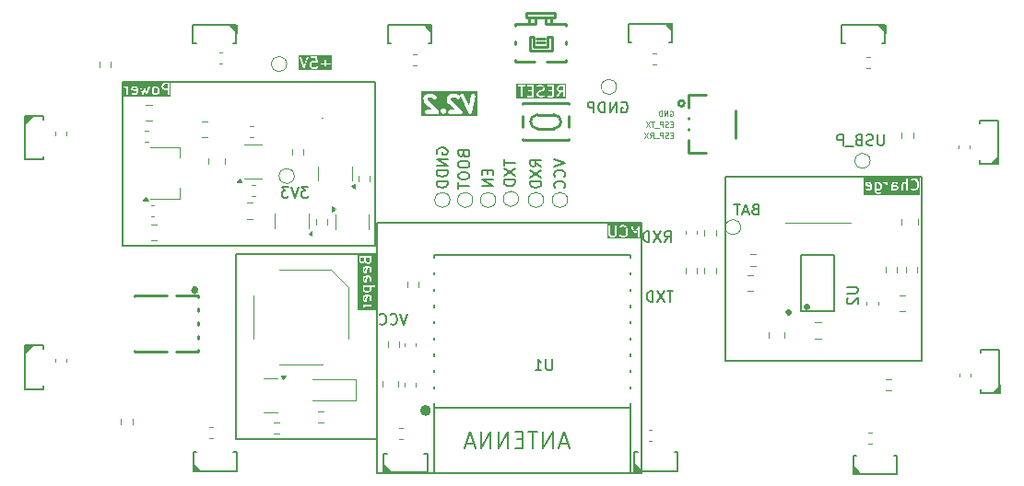
<source format=gbr>
%TF.GenerationSoftware,KiCad,Pcbnew,8.0.1*%
%TF.CreationDate,2024-04-12T14:38:57+08:00*%
%TF.ProjectId,bat_rf,6261745f-7266-42e6-9b69-6361645f7063,rev?*%
%TF.SameCoordinates,Original*%
%TF.FileFunction,Legend,Bot*%
%TF.FilePolarity,Positive*%
%FSLAX46Y46*%
G04 Gerber Fmt 4.6, Leading zero omitted, Abs format (unit mm)*
G04 Created by KiCad (PCBNEW 8.0.1) date 2024-04-12 14:38:57*
%MOMM*%
%LPD*%
G01*
G04 APERTURE LIST*
%ADD10C,0.150000*%
%ADD11C,0.100000*%
%ADD12C,0.375000*%
%ADD13C,0.203000*%
%ADD14C,0.254000*%
%ADD15C,0.120000*%
%ADD16C,0.127000*%
%ADD17C,0.152000*%
%ADD18C,0.300000*%
%ADD19C,0.250000*%
%ADD20C,0.500000*%
%ADD21C,0.200000*%
G04 APERTURE END LIST*
D10*
X113269819Y-81293922D02*
X114269819Y-81627255D01*
X114269819Y-81627255D02*
X113269819Y-81960588D01*
X114174580Y-82865350D02*
X114222200Y-82817731D01*
X114222200Y-82817731D02*
X114269819Y-82674874D01*
X114269819Y-82674874D02*
X114269819Y-82579636D01*
X114269819Y-82579636D02*
X114222200Y-82436779D01*
X114222200Y-82436779D02*
X114126961Y-82341541D01*
X114126961Y-82341541D02*
X114031723Y-82293922D01*
X114031723Y-82293922D02*
X113841247Y-82246303D01*
X113841247Y-82246303D02*
X113698390Y-82246303D01*
X113698390Y-82246303D02*
X113507914Y-82293922D01*
X113507914Y-82293922D02*
X113412676Y-82341541D01*
X113412676Y-82341541D02*
X113317438Y-82436779D01*
X113317438Y-82436779D02*
X113269819Y-82579636D01*
X113269819Y-82579636D02*
X113269819Y-82674874D01*
X113269819Y-82674874D02*
X113317438Y-82817731D01*
X113317438Y-82817731D02*
X113365057Y-82865350D01*
X114174580Y-83865350D02*
X114222200Y-83817731D01*
X114222200Y-83817731D02*
X114269819Y-83674874D01*
X114269819Y-83674874D02*
X114269819Y-83579636D01*
X114269819Y-83579636D02*
X114222200Y-83436779D01*
X114222200Y-83436779D02*
X114126961Y-83341541D01*
X114126961Y-83341541D02*
X114031723Y-83293922D01*
X114031723Y-83293922D02*
X113841247Y-83246303D01*
X113841247Y-83246303D02*
X113698390Y-83246303D01*
X113698390Y-83246303D02*
X113507914Y-83293922D01*
X113507914Y-83293922D02*
X113412676Y-83341541D01*
X113412676Y-83341541D02*
X113317438Y-83436779D01*
X113317438Y-83436779D02*
X113269819Y-83579636D01*
X113269819Y-83579636D02*
X113269819Y-83674874D01*
X113269819Y-83674874D02*
X113317438Y-83817731D01*
X113317438Y-83817731D02*
X113365057Y-83865350D01*
X112069819Y-81908207D02*
X111593628Y-81574874D01*
X112069819Y-81336779D02*
X111069819Y-81336779D01*
X111069819Y-81336779D02*
X111069819Y-81717731D01*
X111069819Y-81717731D02*
X111117438Y-81812969D01*
X111117438Y-81812969D02*
X111165057Y-81860588D01*
X111165057Y-81860588D02*
X111260295Y-81908207D01*
X111260295Y-81908207D02*
X111403152Y-81908207D01*
X111403152Y-81908207D02*
X111498390Y-81860588D01*
X111498390Y-81860588D02*
X111546009Y-81812969D01*
X111546009Y-81812969D02*
X111593628Y-81717731D01*
X111593628Y-81717731D02*
X111593628Y-81336779D01*
X111069819Y-82241541D02*
X112069819Y-82908207D01*
X111069819Y-82908207D02*
X112069819Y-82241541D01*
X112069819Y-83289160D02*
X111069819Y-83289160D01*
X111069819Y-83289160D02*
X111069819Y-83527255D01*
X111069819Y-83527255D02*
X111117438Y-83670112D01*
X111117438Y-83670112D02*
X111212676Y-83765350D01*
X111212676Y-83765350D02*
X111307914Y-83812969D01*
X111307914Y-83812969D02*
X111498390Y-83860588D01*
X111498390Y-83860588D02*
X111641247Y-83860588D01*
X111641247Y-83860588D02*
X111831723Y-83812969D01*
X111831723Y-83812969D02*
X111926961Y-83765350D01*
X111926961Y-83765350D02*
X112022200Y-83670112D01*
X112022200Y-83670112D02*
X112069819Y-83527255D01*
X112069819Y-83527255D02*
X112069819Y-83289160D01*
X108669819Y-81293922D02*
X108669819Y-81865350D01*
X109669819Y-81579636D02*
X108669819Y-81579636D01*
X108669819Y-82103446D02*
X109669819Y-82770112D01*
X108669819Y-82770112D02*
X109669819Y-82103446D01*
X109669819Y-83151065D02*
X108669819Y-83151065D01*
X108669819Y-83151065D02*
X108669819Y-83389160D01*
X108669819Y-83389160D02*
X108717438Y-83532017D01*
X108717438Y-83532017D02*
X108812676Y-83627255D01*
X108812676Y-83627255D02*
X108907914Y-83674874D01*
X108907914Y-83674874D02*
X109098390Y-83722493D01*
X109098390Y-83722493D02*
X109241247Y-83722493D01*
X109241247Y-83722493D02*
X109431723Y-83674874D01*
X109431723Y-83674874D02*
X109526961Y-83627255D01*
X109526961Y-83627255D02*
X109622200Y-83532017D01*
X109622200Y-83532017D02*
X109669819Y-83389160D01*
X109669819Y-83389160D02*
X109669819Y-83151065D01*
X99806077Y-95469819D02*
X99472744Y-96469819D01*
X99472744Y-96469819D02*
X99139411Y-95469819D01*
X98234649Y-96374580D02*
X98282268Y-96422200D01*
X98282268Y-96422200D02*
X98425125Y-96469819D01*
X98425125Y-96469819D02*
X98520363Y-96469819D01*
X98520363Y-96469819D02*
X98663220Y-96422200D01*
X98663220Y-96422200D02*
X98758458Y-96326961D01*
X98758458Y-96326961D02*
X98806077Y-96231723D01*
X98806077Y-96231723D02*
X98853696Y-96041247D01*
X98853696Y-96041247D02*
X98853696Y-95898390D01*
X98853696Y-95898390D02*
X98806077Y-95707914D01*
X98806077Y-95707914D02*
X98758458Y-95612676D01*
X98758458Y-95612676D02*
X98663220Y-95517438D01*
X98663220Y-95517438D02*
X98520363Y-95469819D01*
X98520363Y-95469819D02*
X98425125Y-95469819D01*
X98425125Y-95469819D02*
X98282268Y-95517438D01*
X98282268Y-95517438D02*
X98234649Y-95565057D01*
X97234649Y-96374580D02*
X97282268Y-96422200D01*
X97282268Y-96422200D02*
X97425125Y-96469819D01*
X97425125Y-96469819D02*
X97520363Y-96469819D01*
X97520363Y-96469819D02*
X97663220Y-96422200D01*
X97663220Y-96422200D02*
X97758458Y-96326961D01*
X97758458Y-96326961D02*
X97806077Y-96231723D01*
X97806077Y-96231723D02*
X97853696Y-96041247D01*
X97853696Y-96041247D02*
X97853696Y-95898390D01*
X97853696Y-95898390D02*
X97806077Y-95707914D01*
X97806077Y-95707914D02*
X97758458Y-95612676D01*
X97758458Y-95612676D02*
X97663220Y-95517438D01*
X97663220Y-95517438D02*
X97520363Y-95469819D01*
X97520363Y-95469819D02*
X97425125Y-95469819D01*
X97425125Y-95469819D02*
X97282268Y-95517438D01*
X97282268Y-95517438D02*
X97234649Y-95565057D01*
X97000000Y-87100000D02*
X121300000Y-87100000D01*
X121300000Y-110100000D01*
X97000000Y-110100000D01*
X97000000Y-87100000D01*
X73600000Y-74100000D02*
X96800000Y-74100000D01*
X96800000Y-89200000D01*
X73600000Y-89200000D01*
X73600000Y-74100000D01*
X84000000Y-90000000D02*
X97000000Y-90000000D01*
X97000000Y-107000000D01*
X84000000Y-107000000D01*
X84000000Y-90000000D01*
X128976250Y-82900000D02*
X147000000Y-82900000D01*
X147000000Y-99832000D01*
X128976250Y-99832000D01*
X128976250Y-82900000D01*
G36*
X143140625Y-83510204D02*
G01*
X143171952Y-83540448D01*
X143207341Y-83609171D01*
X143208542Y-83859490D01*
X143175215Y-83928175D01*
X143144969Y-83959504D01*
X143076179Y-83994928D01*
X142921010Y-83996018D01*
X142880663Y-83976442D01*
X142879825Y-83497147D01*
X142916926Y-83478042D01*
X143072095Y-83476952D01*
X143140625Y-83510204D01*
G37*
G36*
X142273690Y-83505453D02*
G01*
X142302561Y-83561517D01*
X142302866Y-83645339D01*
X141975522Y-83580850D01*
X141975318Y-83565284D01*
X142003616Y-83506966D01*
X142059783Y-83478042D01*
X142214952Y-83476952D01*
X142273690Y-83505453D01*
G37*
G36*
X144405315Y-83761203D02*
G01*
X144408004Y-83761394D01*
X144410493Y-83762425D01*
X144425125Y-83763866D01*
X144643432Y-83762621D01*
X144702262Y-83791167D01*
X144731284Y-83847524D01*
X144732073Y-83907685D01*
X144703776Y-83966004D01*
X144647648Y-83994907D01*
X144444912Y-83996063D01*
X144404637Y-83976521D01*
X144404059Y-83760593D01*
X144405315Y-83761203D01*
G37*
G36*
X146896950Y-84589263D02*
G01*
X141715204Y-84589263D01*
X141715204Y-83641169D01*
X141826315Y-83641169D01*
X141827651Y-83647925D01*
X141827756Y-83655879D01*
X141830567Y-83662667D01*
X141831994Y-83669876D01*
X141836113Y-83676055D01*
X141838955Y-83682915D01*
X141844150Y-83688110D01*
X141848226Y-83694224D01*
X141854396Y-83698356D01*
X141859647Y-83703607D01*
X141866435Y-83706418D01*
X141872541Y-83710508D01*
X141886606Y-83714791D01*
X142303418Y-83796905D01*
X142303820Y-83907028D01*
X142275204Y-83966004D01*
X142219036Y-83994928D01*
X142063867Y-83996018D01*
X141968743Y-83949863D01*
X141939553Y-83947789D01*
X141911792Y-83957043D01*
X141889684Y-83976216D01*
X141876597Y-84002391D01*
X141874523Y-84031581D01*
X141883777Y-84059342D01*
X141902950Y-84081450D01*
X141915393Y-84089282D01*
X142001282Y-84130957D01*
X142002504Y-84132179D01*
X142011363Y-84135848D01*
X142024362Y-84142156D01*
X142027051Y-84142347D01*
X142029540Y-84143378D01*
X142044172Y-84144819D01*
X142223259Y-84143560D01*
X142225267Y-84144230D01*
X142235939Y-84143471D01*
X142249280Y-84143378D01*
X142251769Y-84142346D01*
X142254457Y-84142156D01*
X142268189Y-84136901D01*
X142359573Y-84089841D01*
X142367028Y-84087357D01*
X142370870Y-84084024D01*
X142375870Y-84081450D01*
X142382031Y-84074345D01*
X142389136Y-84068184D01*
X142393797Y-84060778D01*
X142395043Y-84059342D01*
X142395427Y-84058188D01*
X142396968Y-84055741D01*
X142438642Y-83969851D01*
X142439865Y-83968629D01*
X142443536Y-83959764D01*
X142449842Y-83946770D01*
X142450032Y-83944082D01*
X142451064Y-83941593D01*
X142452505Y-83926961D01*
X142451823Y-83739968D01*
X142452505Y-83736563D01*
X142451798Y-83732991D01*
X142451159Y-83557657D01*
X142451916Y-83555389D01*
X142451110Y-83544047D01*
X142451064Y-83531377D01*
X142450033Y-83528888D01*
X142449842Y-83526199D01*
X142444587Y-83512468D01*
X142397527Y-83421083D01*
X142395043Y-83413629D01*
X142391710Y-83409786D01*
X142389136Y-83404787D01*
X142387251Y-83403152D01*
X142731077Y-83403152D01*
X142732163Y-84024578D01*
X142731666Y-84031581D01*
X142732178Y-84033118D01*
X142732471Y-84200877D01*
X142731666Y-84203295D01*
X142732496Y-84214982D01*
X142732518Y-84227308D01*
X142733549Y-84229797D01*
X142733740Y-84232485D01*
X142738995Y-84246217D01*
X142787687Y-84340773D01*
X142791336Y-84349582D01*
X142793718Y-84352484D01*
X142794446Y-84353898D01*
X142795944Y-84355197D01*
X142800663Y-84360947D01*
X142849698Y-84408288D01*
X142855331Y-84414783D01*
X142858476Y-84416762D01*
X142859647Y-84417893D01*
X142861474Y-84418650D01*
X142867774Y-84422615D01*
X142953663Y-84464290D01*
X142954885Y-84465512D01*
X142963744Y-84469181D01*
X142976743Y-84475489D01*
X142979432Y-84475680D01*
X142981921Y-84476711D01*
X142996553Y-84478152D01*
X143128182Y-84476947D01*
X143130029Y-84477563D01*
X143140243Y-84476837D01*
X143154042Y-84476711D01*
X143156531Y-84475679D01*
X143159219Y-84475489D01*
X143172951Y-84470234D01*
X143280632Y-84414783D01*
X143299805Y-84392675D01*
X143309059Y-84364914D01*
X143306985Y-84335724D01*
X143293897Y-84309549D01*
X143271790Y-84290376D01*
X143244028Y-84281122D01*
X143214838Y-84283196D01*
X143201107Y-84288451D01*
X143123732Y-84328295D01*
X143016100Y-84329280D01*
X142947719Y-84296100D01*
X142916391Y-84265855D01*
X142881049Y-84197224D01*
X142880953Y-84141888D01*
X142881505Y-84142156D01*
X142884194Y-84142347D01*
X142886683Y-84143378D01*
X142901315Y-84144819D01*
X143080402Y-84143560D01*
X143082410Y-84144230D01*
X143093082Y-84143471D01*
X143106423Y-84143378D01*
X143108912Y-84142346D01*
X143111600Y-84142156D01*
X143125332Y-84136901D01*
X143219886Y-84088209D01*
X143228697Y-84084560D01*
X143231599Y-84082177D01*
X143233013Y-84081450D01*
X143234313Y-84079950D01*
X143240063Y-84075232D01*
X143287404Y-84026195D01*
X143293898Y-84020564D01*
X143295877Y-84017418D01*
X143297009Y-84016247D01*
X143297766Y-84014417D01*
X143301730Y-84008121D01*
X143343405Y-83922231D01*
X143344627Y-83921010D01*
X143348296Y-83912150D01*
X143354604Y-83899152D01*
X143354795Y-83896462D01*
X143355826Y-83893974D01*
X143357267Y-83879342D01*
X143355951Y-83605187D01*
X143356678Y-83603008D01*
X143355887Y-83591887D01*
X143355826Y-83578996D01*
X143354795Y-83576507D01*
X143354604Y-83573818D01*
X143349349Y-83560087D01*
X143300657Y-83465532D01*
X143297008Y-83456722D01*
X143294625Y-83453819D01*
X143293898Y-83452406D01*
X143292399Y-83451106D01*
X143287681Y-83445357D01*
X143259121Y-83417784D01*
X143494423Y-83417784D01*
X143505622Y-83444820D01*
X143526314Y-83465512D01*
X143553350Y-83476711D01*
X143567982Y-83478152D01*
X143643944Y-83477155D01*
X143712054Y-83510204D01*
X143743381Y-83540448D01*
X143779133Y-83609875D01*
X143780137Y-84084451D01*
X143791336Y-84111487D01*
X143812028Y-84132179D01*
X143839064Y-84143378D01*
X143868328Y-84143378D01*
X143895364Y-84132179D01*
X143916056Y-84111487D01*
X143927255Y-84084451D01*
X143928696Y-84069819D01*
X143927711Y-83604195D01*
X143928107Y-83603008D01*
X143927696Y-83597229D01*
X143927588Y-83546009D01*
X144254887Y-83546009D01*
X144256160Y-84021944D01*
X144255476Y-84031581D01*
X144256192Y-84033729D01*
X144256328Y-84084451D01*
X144267527Y-84111487D01*
X144288219Y-84132179D01*
X144315255Y-84143378D01*
X144344519Y-84143378D01*
X144371555Y-84132179D01*
X144375866Y-84127867D01*
X144382235Y-84130957D01*
X144383457Y-84132179D01*
X144392316Y-84135848D01*
X144405315Y-84142156D01*
X144408004Y-84142347D01*
X144410493Y-84143378D01*
X144425125Y-84144819D01*
X144651729Y-84143526D01*
X144653839Y-84144230D01*
X144664781Y-84143452D01*
X144677852Y-84143378D01*
X144680341Y-84142346D01*
X144683029Y-84142156D01*
X144696761Y-84136901D01*
X144788145Y-84089841D01*
X144795600Y-84087357D01*
X144799442Y-84084024D01*
X144804442Y-84081450D01*
X144810603Y-84074345D01*
X144817708Y-84068184D01*
X144822369Y-84060778D01*
X144823615Y-84059342D01*
X144823999Y-84058188D01*
X144825540Y-84055741D01*
X144867214Y-83969851D01*
X144868437Y-83968629D01*
X144872108Y-83959764D01*
X144878414Y-83946770D01*
X144878604Y-83944082D01*
X144879636Y-83941593D01*
X144881077Y-83926961D01*
X144879971Y-83842653D01*
X144880488Y-83841103D01*
X144879829Y-83831832D01*
X144879636Y-83817091D01*
X144878605Y-83814602D01*
X144878414Y-83811913D01*
X144873159Y-83798182D01*
X144826099Y-83706797D01*
X144823615Y-83699343D01*
X144820282Y-83695500D01*
X144817708Y-83690501D01*
X144810603Y-83684339D01*
X144804442Y-83677235D01*
X144797036Y-83672573D01*
X144795600Y-83671328D01*
X144794446Y-83670943D01*
X144791999Y-83669403D01*
X144706110Y-83627728D01*
X144704888Y-83626506D01*
X144696022Y-83622833D01*
X144683029Y-83616529D01*
X144680341Y-83616338D01*
X144677852Y-83615307D01*
X144663220Y-83613866D01*
X144444912Y-83615110D01*
X144403616Y-83595073D01*
X144403538Y-83566010D01*
X144413243Y-83546009D01*
X145159649Y-83546009D01*
X145161090Y-84084451D01*
X145172289Y-84111487D01*
X145192981Y-84132179D01*
X145220017Y-84143378D01*
X145249281Y-84143378D01*
X145276317Y-84132179D01*
X145297009Y-84111487D01*
X145308208Y-84084451D01*
X145309649Y-84069819D01*
X145308300Y-83566010D01*
X145336950Y-83506966D01*
X145393183Y-83478008D01*
X145500815Y-83477023D01*
X145569197Y-83510204D01*
X145588872Y-83529199D01*
X145589661Y-84084451D01*
X145600860Y-84111487D01*
X145621552Y-84132179D01*
X145648588Y-84143378D01*
X145677852Y-84143378D01*
X145704888Y-84132179D01*
X145725580Y-84111487D01*
X145736779Y-84084451D01*
X145738220Y-84069819D01*
X145738106Y-83989211D01*
X146018233Y-83989211D01*
X146029431Y-84016247D01*
X146038758Y-84027612D01*
X146079583Y-84067027D01*
X146080161Y-84068183D01*
X146086252Y-84073466D01*
X146097743Y-84084560D01*
X146100231Y-84085590D01*
X146102268Y-84087357D01*
X146115694Y-84093351D01*
X146258275Y-84139500D01*
X146267636Y-84143378D01*
X146271399Y-84143748D01*
X146272887Y-84144230D01*
X146274861Y-84144089D01*
X146282268Y-84144819D01*
X146377585Y-84143568D01*
X146386886Y-84144230D01*
X146390540Y-84143398D01*
X146392138Y-84143378D01*
X146393969Y-84142619D01*
X146401223Y-84140970D01*
X146533013Y-84095759D01*
X146534995Y-84095759D01*
X146544547Y-84091802D01*
X146557505Y-84087357D01*
X146559540Y-84085591D01*
X146562031Y-84084560D01*
X146573396Y-84075233D01*
X146667328Y-83979468D01*
X146674851Y-83972945D01*
X146676863Y-83969748D01*
X146677962Y-83968628D01*
X146678719Y-83966798D01*
X146682683Y-83960502D01*
X146726951Y-83869269D01*
X146731034Y-83863759D01*
X146734969Y-83852743D01*
X146735557Y-83851533D01*
X146735595Y-83850992D01*
X146735981Y-83849913D01*
X146781221Y-83663547D01*
X146784398Y-83655879D01*
X146785295Y-83646764D01*
X146785750Y-83644893D01*
X146785587Y-83643800D01*
X146785839Y-83641247D01*
X146784571Y-83502667D01*
X146785750Y-83494744D01*
X146784415Y-83485719D01*
X146784398Y-83483758D01*
X146783975Y-83482736D01*
X146783600Y-83480200D01*
X146736082Y-83295501D01*
X146735557Y-83288104D01*
X146731353Y-83277121D01*
X146731034Y-83275878D01*
X146730711Y-83275442D01*
X146730302Y-83274373D01*
X146681613Y-83179823D01*
X146677962Y-83171008D01*
X146675577Y-83168102D01*
X146674851Y-83166692D01*
X146673354Y-83165393D01*
X146668634Y-83159643D01*
X146580463Y-83073158D01*
X146579612Y-83071455D01*
X146571969Y-83064826D01*
X146562031Y-83055078D01*
X146559540Y-83054046D01*
X146557505Y-83052281D01*
X146544080Y-83046287D01*
X146401501Y-83000138D01*
X146392138Y-82996260D01*
X146388372Y-82995889D01*
X146386886Y-82995408D01*
X146384911Y-82995548D01*
X146377506Y-82994819D01*
X146282187Y-82996069D01*
X146272887Y-82995408D01*
X146269232Y-82996239D01*
X146267636Y-82996260D01*
X146265805Y-82997018D01*
X146258550Y-82998668D01*
X146126760Y-83043879D01*
X146124779Y-83043879D01*
X146115231Y-83047833D01*
X146102268Y-83052281D01*
X146100231Y-83054047D01*
X146097743Y-83055078D01*
X146086378Y-83064405D01*
X146029432Y-83123389D01*
X146018233Y-83150426D01*
X146018233Y-83179688D01*
X146029432Y-83206725D01*
X146050124Y-83227417D01*
X146077161Y-83238616D01*
X146106423Y-83238616D01*
X146133460Y-83227417D01*
X146144825Y-83218090D01*
X146178347Y-83183367D01*
X146291053Y-83144703D01*
X146362432Y-83143767D01*
X146478359Y-83181290D01*
X146552568Y-83254080D01*
X146591259Y-83329215D01*
X146635877Y-83502645D01*
X146637019Y-83627417D01*
X146594993Y-83800540D01*
X146556268Y-83880350D01*
X146481991Y-83956076D01*
X146368719Y-83994934D01*
X146297341Y-83995870D01*
X146181149Y-83958262D01*
X146133460Y-83912220D01*
X146106424Y-83901021D01*
X146077161Y-83901021D01*
X146050125Y-83912219D01*
X146029432Y-83932912D01*
X146018233Y-83959948D01*
X146018233Y-83989211D01*
X145738106Y-83989211D01*
X145736779Y-83055187D01*
X145725580Y-83028151D01*
X145704888Y-83007459D01*
X145677852Y-82996260D01*
X145648588Y-82996260D01*
X145621552Y-83007459D01*
X145600860Y-83028151D01*
X145589661Y-83055187D01*
X145588220Y-83069819D01*
X145588624Y-83354324D01*
X145563253Y-83342014D01*
X145562031Y-83340792D01*
X145553165Y-83337119D01*
X145540172Y-83330815D01*
X145537484Y-83330624D01*
X145534995Y-83329593D01*
X145520363Y-83328152D01*
X145388732Y-83329356D01*
X145386886Y-83328741D01*
X145376671Y-83329466D01*
X145362874Y-83329593D01*
X145360385Y-83330623D01*
X145357696Y-83330815D01*
X145343965Y-83336070D01*
X145252580Y-83383129D01*
X145245126Y-83385614D01*
X145241283Y-83388946D01*
X145236284Y-83391521D01*
X145230122Y-83398625D01*
X145223018Y-83404787D01*
X145218356Y-83412192D01*
X145217111Y-83413629D01*
X145216726Y-83414782D01*
X145215186Y-83417230D01*
X145173511Y-83503118D01*
X145172289Y-83504341D01*
X145168616Y-83513206D01*
X145162312Y-83526200D01*
X145162121Y-83528887D01*
X145161090Y-83531377D01*
X145159649Y-83546009D01*
X144413243Y-83546009D01*
X144432188Y-83506966D01*
X144488355Y-83478042D01*
X144643524Y-83476952D01*
X144738648Y-83523108D01*
X144767838Y-83525182D01*
X144795600Y-83515928D01*
X144817707Y-83496755D01*
X144830795Y-83470580D01*
X144832869Y-83441390D01*
X144823615Y-83413629D01*
X144804442Y-83391521D01*
X144791999Y-83383689D01*
X144706110Y-83342014D01*
X144704888Y-83340792D01*
X144696022Y-83337119D01*
X144683029Y-83330815D01*
X144680341Y-83330624D01*
X144677852Y-83329593D01*
X144663220Y-83328152D01*
X144484131Y-83329410D01*
X144482124Y-83328741D01*
X144471451Y-83329499D01*
X144458112Y-83329593D01*
X144455623Y-83330623D01*
X144452934Y-83330815D01*
X144439203Y-83336070D01*
X144347818Y-83383129D01*
X144340364Y-83385614D01*
X144336521Y-83388946D01*
X144331522Y-83391521D01*
X144325360Y-83398625D01*
X144318256Y-83404787D01*
X144313594Y-83412192D01*
X144312349Y-83413629D01*
X144311964Y-83414782D01*
X144310424Y-83417230D01*
X144268749Y-83503118D01*
X144267527Y-83504341D01*
X144263854Y-83513206D01*
X144257550Y-83526200D01*
X144257359Y-83528887D01*
X144256328Y-83531377D01*
X144254887Y-83546009D01*
X143927588Y-83546009D01*
X143927255Y-83388520D01*
X143916056Y-83361484D01*
X143895364Y-83340792D01*
X143868328Y-83329593D01*
X143839064Y-83329593D01*
X143812028Y-83340792D01*
X143791336Y-83361484D01*
X143783788Y-83379705D01*
X143706110Y-83342014D01*
X143704888Y-83340792D01*
X143696022Y-83337119D01*
X143683029Y-83330815D01*
X143680341Y-83330624D01*
X143677852Y-83329593D01*
X143663220Y-83328152D01*
X143553350Y-83329593D01*
X143526314Y-83340792D01*
X143505622Y-83361484D01*
X143494423Y-83388520D01*
X143494423Y-83417784D01*
X143259121Y-83417784D01*
X143238645Y-83398015D01*
X143233013Y-83391521D01*
X143229867Y-83389541D01*
X143228697Y-83388411D01*
X143226869Y-83387653D01*
X143220570Y-83383689D01*
X143134681Y-83342014D01*
X143133459Y-83340792D01*
X143124593Y-83337119D01*
X143111600Y-83330815D01*
X143108912Y-83330624D01*
X143106423Y-83329593D01*
X143091791Y-83328152D01*
X142912702Y-83329410D01*
X142910695Y-83328741D01*
X142900022Y-83329499D01*
X142886683Y-83329593D01*
X142884194Y-83330623D01*
X142881505Y-83330815D01*
X142867774Y-83336070D01*
X142851436Y-83344483D01*
X142847745Y-83340792D01*
X142820709Y-83329593D01*
X142791445Y-83329593D01*
X142764409Y-83340792D01*
X142743717Y-83361484D01*
X142732518Y-83388520D01*
X142731077Y-83403152D01*
X142387251Y-83403152D01*
X142382031Y-83398625D01*
X142375870Y-83391521D01*
X142368464Y-83386859D01*
X142367028Y-83385614D01*
X142365874Y-83385229D01*
X142363427Y-83383689D01*
X142277538Y-83342014D01*
X142276316Y-83340792D01*
X142267450Y-83337119D01*
X142254457Y-83330815D01*
X142251769Y-83330624D01*
X142249280Y-83329593D01*
X142234648Y-83328152D01*
X142055559Y-83329410D01*
X142053552Y-83328741D01*
X142042879Y-83329499D01*
X142029540Y-83329593D01*
X142027051Y-83330623D01*
X142024362Y-83330815D01*
X142010631Y-83336070D01*
X141919246Y-83383129D01*
X141911792Y-83385614D01*
X141907949Y-83388946D01*
X141902950Y-83391521D01*
X141896788Y-83398625D01*
X141889684Y-83404787D01*
X141885022Y-83412192D01*
X141883777Y-83413629D01*
X141883392Y-83414782D01*
X141881852Y-83417230D01*
X141840177Y-83503118D01*
X141838955Y-83504341D01*
X141835282Y-83513206D01*
X141828978Y-83526200D01*
X141828787Y-83528887D01*
X141827756Y-83531377D01*
X141826315Y-83546009D01*
X141827486Y-83635312D01*
X141826315Y-83641169D01*
X141715204Y-83641169D01*
X141715204Y-82883708D01*
X146896950Y-82883708D01*
X146896950Y-84589263D01*
G37*
X124206077Y-93369819D02*
X123634649Y-93369819D01*
X123920363Y-94369819D02*
X123920363Y-93369819D01*
X123396553Y-93369819D02*
X122729887Y-94369819D01*
X122729887Y-93369819D02*
X123396553Y-94369819D01*
X122348934Y-94369819D02*
X122348934Y-93369819D01*
X122348934Y-93369819D02*
X122110839Y-93369819D01*
X122110839Y-93369819D02*
X121967982Y-93417438D01*
X121967982Y-93417438D02*
X121872744Y-93512676D01*
X121872744Y-93512676D02*
X121825125Y-93607914D01*
X121825125Y-93607914D02*
X121777506Y-93798390D01*
X121777506Y-93798390D02*
X121777506Y-93941247D01*
X121777506Y-93941247D02*
X121825125Y-94131723D01*
X121825125Y-94131723D02*
X121872744Y-94226961D01*
X121872744Y-94226961D02*
X121967982Y-94322200D01*
X121967982Y-94322200D02*
X122110839Y-94369819D01*
X122110839Y-94369819D02*
X122348934Y-94369819D01*
G36*
X95933524Y-94202351D02*
G01*
X95917958Y-94202555D01*
X95859640Y-94174258D01*
X95830716Y-94118090D01*
X95829626Y-93962921D01*
X95858127Y-93904183D01*
X95914191Y-93875312D01*
X95998013Y-93875007D01*
X95933524Y-94202351D01*
G37*
G36*
X96347602Y-93054075D02*
G01*
X96348692Y-93209244D01*
X96315441Y-93277773D01*
X96285195Y-93309100D01*
X96216472Y-93344490D01*
X95966153Y-93345691D01*
X95897468Y-93312364D01*
X95866140Y-93282119D01*
X95830716Y-93213328D01*
X95829626Y-93058159D01*
X95849066Y-93018093D01*
X96328722Y-93017412D01*
X96347602Y-93054075D01*
G37*
G36*
X95933524Y-92440446D02*
G01*
X95917958Y-92440650D01*
X95859640Y-92412353D01*
X95830716Y-92356185D01*
X95829626Y-92201016D01*
X95858127Y-92142278D01*
X95914191Y-92113407D01*
X95998013Y-92113102D01*
X95933524Y-92440446D01*
G37*
G36*
X95933524Y-91583303D02*
G01*
X95917958Y-91583507D01*
X95859640Y-91555210D01*
X95830716Y-91499042D01*
X95829626Y-91343873D01*
X95858127Y-91285135D01*
X95914191Y-91256264D01*
X95998013Y-91255959D01*
X95933524Y-91583303D01*
G37*
G36*
X96348808Y-90589959D02*
G01*
X96315441Y-90658725D01*
X96285195Y-90690052D01*
X96216338Y-90725511D01*
X96108706Y-90726496D01*
X96040325Y-90693316D01*
X96012232Y-90666194D01*
X95973647Y-90553719D01*
X95972609Y-90303158D01*
X96347761Y-90302625D01*
X96348808Y-90589959D01*
G37*
G36*
X95824981Y-90542375D02*
G01*
X95791631Y-90611106D01*
X95761386Y-90642434D01*
X95692405Y-90677956D01*
X95632244Y-90678745D01*
X95564135Y-90645697D01*
X95532807Y-90615452D01*
X95497428Y-90546749D01*
X95496422Y-90303835D01*
X95823991Y-90303369D01*
X95824981Y-90542375D01*
G37*
G36*
X96940496Y-95175515D02*
G01*
X95236382Y-95175515D01*
X95236382Y-94895607D01*
X95680826Y-94895607D01*
X95682267Y-95005477D01*
X95693466Y-95032513D01*
X95714158Y-95053205D01*
X95741194Y-95064404D01*
X95770458Y-95064404D01*
X95797494Y-95053205D01*
X95818186Y-95032513D01*
X95829385Y-95005477D01*
X95830826Y-94990845D01*
X95829829Y-94914882D01*
X95862878Y-94846772D01*
X95893122Y-94815445D01*
X95962549Y-94779693D01*
X96437125Y-94778690D01*
X96464161Y-94767491D01*
X96484853Y-94746799D01*
X96496052Y-94719763D01*
X96496052Y-94690499D01*
X96484853Y-94663463D01*
X96464161Y-94642771D01*
X96437125Y-94631572D01*
X96422493Y-94630131D01*
X95956869Y-94631115D01*
X95955682Y-94630720D01*
X95949903Y-94631130D01*
X95741194Y-94631572D01*
X95714158Y-94642771D01*
X95693466Y-94663463D01*
X95682267Y-94690499D01*
X95682267Y-94719763D01*
X95693466Y-94746799D01*
X95714158Y-94767491D01*
X95732379Y-94775038D01*
X95694688Y-94852716D01*
X95693466Y-94853939D01*
X95689793Y-94862804D01*
X95683489Y-94875798D01*
X95683298Y-94878485D01*
X95682267Y-94880975D01*
X95680826Y-94895607D01*
X95236382Y-94895607D01*
X95236382Y-93943226D01*
X95680826Y-93943226D01*
X95682084Y-94122313D01*
X95681415Y-94124321D01*
X95682173Y-94134993D01*
X95682267Y-94148334D01*
X95683298Y-94150823D01*
X95683489Y-94153511D01*
X95688744Y-94167243D01*
X95735803Y-94258627D01*
X95738288Y-94266082D01*
X95741620Y-94269924D01*
X95744195Y-94274924D01*
X95751299Y-94281085D01*
X95757461Y-94288190D01*
X95764866Y-94292851D01*
X95766303Y-94294097D01*
X95767456Y-94294481D01*
X95769904Y-94296022D01*
X95855793Y-94337697D01*
X95857015Y-94338919D01*
X95865874Y-94342588D01*
X95878873Y-94348896D01*
X95881562Y-94349087D01*
X95884051Y-94350118D01*
X95898683Y-94351559D01*
X95987986Y-94350387D01*
X95993843Y-94351559D01*
X96000599Y-94350222D01*
X96008553Y-94350118D01*
X96015341Y-94347306D01*
X96022550Y-94345880D01*
X96028729Y-94341760D01*
X96035589Y-94338919D01*
X96040784Y-94333724D01*
X96046898Y-94329648D01*
X96051030Y-94323477D01*
X96056281Y-94318227D01*
X96059092Y-94311438D01*
X96063182Y-94305333D01*
X96067465Y-94291268D01*
X96149579Y-93874455D01*
X96259702Y-93874053D01*
X96318678Y-93902669D01*
X96347602Y-93958837D01*
X96348692Y-94114006D01*
X96302537Y-94209131D01*
X96300463Y-94238321D01*
X96309717Y-94266082D01*
X96328890Y-94288190D01*
X96355065Y-94301277D01*
X96384255Y-94303351D01*
X96412016Y-94294097D01*
X96434124Y-94274924D01*
X96441956Y-94262481D01*
X96483631Y-94176591D01*
X96484853Y-94175370D01*
X96488522Y-94166510D01*
X96494830Y-94153512D01*
X96495021Y-94150822D01*
X96496052Y-94148334D01*
X96497493Y-94133702D01*
X96496234Y-93954613D01*
X96496904Y-93952606D01*
X96496145Y-93941933D01*
X96496052Y-93928594D01*
X96495021Y-93926105D01*
X96494830Y-93923416D01*
X96489575Y-93909685D01*
X96442515Y-93818300D01*
X96440031Y-93810846D01*
X96436698Y-93807003D01*
X96434124Y-93802004D01*
X96427016Y-93795840D01*
X96420857Y-93788738D01*
X96413453Y-93784077D01*
X96412016Y-93782831D01*
X96410861Y-93782446D01*
X96408415Y-93780906D01*
X96322525Y-93739231D01*
X96321303Y-93738009D01*
X96312438Y-93734337D01*
X96299444Y-93728032D01*
X96296756Y-93727841D01*
X96294267Y-93726810D01*
X96279635Y-93725369D01*
X96092642Y-93726050D01*
X96089237Y-93725369D01*
X96085665Y-93726075D01*
X95910331Y-93726714D01*
X95908063Y-93725958D01*
X95896721Y-93726763D01*
X95884051Y-93726810D01*
X95881562Y-93727840D01*
X95878873Y-93728032D01*
X95865142Y-93733287D01*
X95773757Y-93780346D01*
X95766303Y-93782831D01*
X95762460Y-93786163D01*
X95757461Y-93788738D01*
X95751299Y-93795842D01*
X95744195Y-93802004D01*
X95739533Y-93809409D01*
X95738288Y-93810846D01*
X95737903Y-93811999D01*
X95736363Y-93814447D01*
X95694688Y-93900335D01*
X95693466Y-93901558D01*
X95689793Y-93910423D01*
X95683489Y-93923417D01*
X95683298Y-93926104D01*
X95682267Y-93928594D01*
X95680826Y-93943226D01*
X95236382Y-93943226D01*
X95236382Y-93038464D01*
X95680826Y-93038464D01*
X95682084Y-93217551D01*
X95681415Y-93219559D01*
X95682173Y-93230231D01*
X95682267Y-93243572D01*
X95683298Y-93246061D01*
X95683489Y-93248749D01*
X95688744Y-93262481D01*
X95737436Y-93357037D01*
X95741085Y-93365846D01*
X95743467Y-93368748D01*
X95744195Y-93370162D01*
X95745693Y-93371461D01*
X95750412Y-93377211D01*
X95799447Y-93424552D01*
X95805080Y-93431047D01*
X95808225Y-93433026D01*
X95809396Y-93434157D01*
X95811223Y-93434914D01*
X95817523Y-93438879D01*
X95903412Y-93480554D01*
X95904634Y-93481776D01*
X95913493Y-93485445D01*
X95926492Y-93491753D01*
X95929181Y-93491944D01*
X95931670Y-93492975D01*
X95946302Y-93494416D01*
X96220456Y-93493100D01*
X96222635Y-93493827D01*
X96233755Y-93493036D01*
X96246648Y-93492975D01*
X96249137Y-93491943D01*
X96251825Y-93491753D01*
X96265557Y-93486498D01*
X96360109Y-93437807D01*
X96368921Y-93434158D01*
X96371825Y-93431774D01*
X96373238Y-93431047D01*
X96374537Y-93429548D01*
X96380286Y-93424831D01*
X96427627Y-93375795D01*
X96434124Y-93370162D01*
X96436103Y-93367016D01*
X96437234Y-93365846D01*
X96437991Y-93364018D01*
X96441956Y-93357719D01*
X96483631Y-93271829D01*
X96484853Y-93270608D01*
X96488522Y-93261748D01*
X96494830Y-93248750D01*
X96495021Y-93246060D01*
X96496052Y-93243572D01*
X96497493Y-93228940D01*
X96496234Y-93049851D01*
X96496904Y-93047844D01*
X96496145Y-93037171D01*
X96496052Y-93023832D01*
X96495021Y-93021343D01*
X96494830Y-93018654D01*
X96494264Y-93017177D01*
X96770458Y-93016785D01*
X96797494Y-93005586D01*
X96818186Y-92984894D01*
X96829385Y-92957858D01*
X96829385Y-92928594D01*
X96818186Y-92901558D01*
X96797494Y-92880866D01*
X96770458Y-92869667D01*
X96755826Y-92868226D01*
X95804784Y-92869576D01*
X95794064Y-92868815D01*
X95791723Y-92869595D01*
X95741194Y-92869667D01*
X95714158Y-92880866D01*
X95693466Y-92901558D01*
X95682267Y-92928594D01*
X95682267Y-92957858D01*
X95693466Y-92984894D01*
X95697778Y-92989206D01*
X95694688Y-92995573D01*
X95693466Y-92996796D01*
X95689793Y-93005661D01*
X95683489Y-93018655D01*
X95683298Y-93021342D01*
X95682267Y-93023832D01*
X95680826Y-93038464D01*
X95236382Y-93038464D01*
X95236382Y-92181321D01*
X95680826Y-92181321D01*
X95682084Y-92360408D01*
X95681415Y-92362416D01*
X95682173Y-92373088D01*
X95682267Y-92386429D01*
X95683298Y-92388918D01*
X95683489Y-92391606D01*
X95688744Y-92405338D01*
X95735803Y-92496722D01*
X95738288Y-92504177D01*
X95741620Y-92508019D01*
X95744195Y-92513019D01*
X95751299Y-92519180D01*
X95757461Y-92526285D01*
X95764866Y-92530946D01*
X95766303Y-92532192D01*
X95767456Y-92532576D01*
X95769904Y-92534117D01*
X95855793Y-92575792D01*
X95857015Y-92577014D01*
X95865874Y-92580683D01*
X95878873Y-92586991D01*
X95881562Y-92587182D01*
X95884051Y-92588213D01*
X95898683Y-92589654D01*
X95987986Y-92588482D01*
X95993843Y-92589654D01*
X96000599Y-92588317D01*
X96008553Y-92588213D01*
X96015341Y-92585401D01*
X96022550Y-92583975D01*
X96028729Y-92579855D01*
X96035589Y-92577014D01*
X96040784Y-92571819D01*
X96046898Y-92567743D01*
X96051030Y-92561572D01*
X96056281Y-92556322D01*
X96059092Y-92549533D01*
X96063182Y-92543428D01*
X96067465Y-92529363D01*
X96149579Y-92112550D01*
X96259702Y-92112148D01*
X96318678Y-92140764D01*
X96347602Y-92196932D01*
X96348692Y-92352101D01*
X96302537Y-92447226D01*
X96300463Y-92476416D01*
X96309717Y-92504177D01*
X96328890Y-92526285D01*
X96355065Y-92539372D01*
X96384255Y-92541446D01*
X96412016Y-92532192D01*
X96434124Y-92513019D01*
X96441956Y-92500576D01*
X96483631Y-92414686D01*
X96484853Y-92413465D01*
X96488522Y-92404605D01*
X96494830Y-92391607D01*
X96495021Y-92388917D01*
X96496052Y-92386429D01*
X96497493Y-92371797D01*
X96496234Y-92192708D01*
X96496904Y-92190701D01*
X96496145Y-92180028D01*
X96496052Y-92166689D01*
X96495021Y-92164200D01*
X96494830Y-92161511D01*
X96489575Y-92147780D01*
X96442515Y-92056395D01*
X96440031Y-92048941D01*
X96436698Y-92045098D01*
X96434124Y-92040099D01*
X96427016Y-92033935D01*
X96420857Y-92026833D01*
X96413453Y-92022172D01*
X96412016Y-92020926D01*
X96410861Y-92020541D01*
X96408415Y-92019001D01*
X96322525Y-91977326D01*
X96321303Y-91976104D01*
X96312438Y-91972432D01*
X96299444Y-91966127D01*
X96296756Y-91965936D01*
X96294267Y-91964905D01*
X96279635Y-91963464D01*
X96092642Y-91964145D01*
X96089237Y-91963464D01*
X96085665Y-91964170D01*
X95910331Y-91964809D01*
X95908063Y-91964053D01*
X95896721Y-91964858D01*
X95884051Y-91964905D01*
X95881562Y-91965935D01*
X95878873Y-91966127D01*
X95865142Y-91971382D01*
X95773757Y-92018441D01*
X95766303Y-92020926D01*
X95762460Y-92024258D01*
X95757461Y-92026833D01*
X95751299Y-92033937D01*
X95744195Y-92040099D01*
X95739533Y-92047504D01*
X95738288Y-92048941D01*
X95737903Y-92050094D01*
X95736363Y-92052542D01*
X95694688Y-92138430D01*
X95693466Y-92139653D01*
X95689793Y-92148518D01*
X95683489Y-92161512D01*
X95683298Y-92164199D01*
X95682267Y-92166689D01*
X95680826Y-92181321D01*
X95236382Y-92181321D01*
X95236382Y-91324178D01*
X95680826Y-91324178D01*
X95682084Y-91503265D01*
X95681415Y-91505273D01*
X95682173Y-91515945D01*
X95682267Y-91529286D01*
X95683298Y-91531775D01*
X95683489Y-91534463D01*
X95688744Y-91548195D01*
X95735803Y-91639579D01*
X95738288Y-91647034D01*
X95741620Y-91650876D01*
X95744195Y-91655876D01*
X95751299Y-91662037D01*
X95757461Y-91669142D01*
X95764866Y-91673803D01*
X95766303Y-91675049D01*
X95767456Y-91675433D01*
X95769904Y-91676974D01*
X95855793Y-91718649D01*
X95857015Y-91719871D01*
X95865874Y-91723540D01*
X95878873Y-91729848D01*
X95881562Y-91730039D01*
X95884051Y-91731070D01*
X95898683Y-91732511D01*
X95987986Y-91731339D01*
X95993843Y-91732511D01*
X96000599Y-91731174D01*
X96008553Y-91731070D01*
X96015341Y-91728258D01*
X96022550Y-91726832D01*
X96028729Y-91722712D01*
X96035589Y-91719871D01*
X96040784Y-91714676D01*
X96046898Y-91710600D01*
X96051030Y-91704429D01*
X96056281Y-91699179D01*
X96059092Y-91692390D01*
X96063182Y-91686285D01*
X96067465Y-91672220D01*
X96149579Y-91255407D01*
X96259702Y-91255005D01*
X96318678Y-91283621D01*
X96347602Y-91339789D01*
X96348692Y-91494958D01*
X96302537Y-91590083D01*
X96300463Y-91619273D01*
X96309717Y-91647034D01*
X96328890Y-91669142D01*
X96355065Y-91682229D01*
X96384255Y-91684303D01*
X96412016Y-91675049D01*
X96434124Y-91655876D01*
X96441956Y-91643433D01*
X96483631Y-91557543D01*
X96484853Y-91556322D01*
X96488522Y-91547462D01*
X96494830Y-91534464D01*
X96495021Y-91531774D01*
X96496052Y-91529286D01*
X96497493Y-91514654D01*
X96496234Y-91335565D01*
X96496904Y-91333558D01*
X96496145Y-91322885D01*
X96496052Y-91309546D01*
X96495021Y-91307057D01*
X96494830Y-91304368D01*
X96489575Y-91290637D01*
X96442515Y-91199252D01*
X96440031Y-91191798D01*
X96436698Y-91187955D01*
X96434124Y-91182956D01*
X96427016Y-91176792D01*
X96420857Y-91169690D01*
X96413453Y-91165029D01*
X96412016Y-91163783D01*
X96410861Y-91163398D01*
X96408415Y-91161858D01*
X96322525Y-91120183D01*
X96321303Y-91118961D01*
X96312438Y-91115289D01*
X96299444Y-91108984D01*
X96296756Y-91108793D01*
X96294267Y-91107762D01*
X96279635Y-91106321D01*
X96092642Y-91107002D01*
X96089237Y-91106321D01*
X96085665Y-91107027D01*
X95910331Y-91107666D01*
X95908063Y-91106910D01*
X95896721Y-91107715D01*
X95884051Y-91107762D01*
X95881562Y-91108792D01*
X95878873Y-91108984D01*
X95865142Y-91114239D01*
X95773757Y-91161298D01*
X95766303Y-91163783D01*
X95762460Y-91167115D01*
X95757461Y-91169690D01*
X95751299Y-91176794D01*
X95744195Y-91182956D01*
X95739533Y-91190361D01*
X95738288Y-91191798D01*
X95737903Y-91192951D01*
X95736363Y-91195399D01*
X95694688Y-91281287D01*
X95693466Y-91282510D01*
X95689793Y-91291375D01*
X95683489Y-91304369D01*
X95683298Y-91307056D01*
X95682267Y-91309546D01*
X95680826Y-91324178D01*
X95236382Y-91324178D01*
X95236382Y-90228940D01*
X95347493Y-90228940D01*
X95348825Y-90550662D01*
X95348082Y-90552892D01*
X95348881Y-90564139D01*
X95348934Y-90576905D01*
X95349965Y-90579394D01*
X95350156Y-90582082D01*
X95355411Y-90595814D01*
X95404103Y-90690370D01*
X95407752Y-90699179D01*
X95410134Y-90702081D01*
X95410862Y-90703495D01*
X95412360Y-90704794D01*
X95417079Y-90710544D01*
X95466114Y-90757885D01*
X95471747Y-90764380D01*
X95474892Y-90766359D01*
X95476063Y-90767490D01*
X95477890Y-90768247D01*
X95484190Y-90772212D01*
X95570079Y-90813887D01*
X95571301Y-90815109D01*
X95580160Y-90818778D01*
X95593159Y-90825086D01*
X95595848Y-90825277D01*
X95598337Y-90826308D01*
X95612969Y-90827749D01*
X95697275Y-90826643D01*
X95698826Y-90827160D01*
X95708095Y-90826501D01*
X95722839Y-90826308D01*
X95725328Y-90825276D01*
X95728016Y-90825086D01*
X95741748Y-90819831D01*
X95836304Y-90771138D01*
X95845113Y-90767490D01*
X95848015Y-90765107D01*
X95849429Y-90764380D01*
X95850728Y-90762881D01*
X95856478Y-90758163D01*
X95878700Y-90735145D01*
X95881145Y-90742272D01*
X95882910Y-90744307D01*
X95883942Y-90746798D01*
X95893269Y-90758163D01*
X95942304Y-90805504D01*
X95947937Y-90811999D01*
X95951082Y-90813978D01*
X95952253Y-90815109D01*
X95954080Y-90815866D01*
X95960380Y-90819831D01*
X96046269Y-90861506D01*
X96047491Y-90862728D01*
X96056350Y-90866397D01*
X96069349Y-90872705D01*
X96072038Y-90872896D01*
X96074527Y-90873927D01*
X96089159Y-90875368D01*
X96220788Y-90874163D01*
X96222635Y-90874779D01*
X96232849Y-90874053D01*
X96246648Y-90873927D01*
X96249137Y-90872895D01*
X96251825Y-90872705D01*
X96265557Y-90867450D01*
X96360109Y-90818759D01*
X96368921Y-90815110D01*
X96371825Y-90812726D01*
X96373238Y-90811999D01*
X96374537Y-90810500D01*
X96380286Y-90805783D01*
X96427627Y-90756747D01*
X96434124Y-90751114D01*
X96436103Y-90747968D01*
X96437234Y-90746798D01*
X96437991Y-90744970D01*
X96441956Y-90738671D01*
X96483631Y-90652781D01*
X96484853Y-90651560D01*
X96488522Y-90642700D01*
X96494830Y-90629702D01*
X96495021Y-90627012D01*
X96496052Y-90624524D01*
X96497493Y-90609892D01*
X96496052Y-90214308D01*
X96484853Y-90187272D01*
X96464161Y-90166580D01*
X96437125Y-90155381D01*
X96422493Y-90153940D01*
X95407861Y-90155381D01*
X95380825Y-90166580D01*
X95360133Y-90187272D01*
X95348934Y-90214308D01*
X95347493Y-90228940D01*
X95236382Y-90228940D01*
X95236382Y-90042829D01*
X96940496Y-90042829D01*
X96940496Y-95175515D01*
G37*
X123391792Y-88869819D02*
X123725125Y-88393628D01*
X123963220Y-88869819D02*
X123963220Y-87869819D01*
X123963220Y-87869819D02*
X123582268Y-87869819D01*
X123582268Y-87869819D02*
X123487030Y-87917438D01*
X123487030Y-87917438D02*
X123439411Y-87965057D01*
X123439411Y-87965057D02*
X123391792Y-88060295D01*
X123391792Y-88060295D02*
X123391792Y-88203152D01*
X123391792Y-88203152D02*
X123439411Y-88298390D01*
X123439411Y-88298390D02*
X123487030Y-88346009D01*
X123487030Y-88346009D02*
X123582268Y-88393628D01*
X123582268Y-88393628D02*
X123963220Y-88393628D01*
X123058458Y-87869819D02*
X122391792Y-88869819D01*
X122391792Y-87869819D02*
X123058458Y-88869819D01*
X122010839Y-88869819D02*
X122010839Y-87869819D01*
X122010839Y-87869819D02*
X121772744Y-87869819D01*
X121772744Y-87869819D02*
X121629887Y-87917438D01*
X121629887Y-87917438D02*
X121534649Y-88012676D01*
X121534649Y-88012676D02*
X121487030Y-88107914D01*
X121487030Y-88107914D02*
X121439411Y-88298390D01*
X121439411Y-88298390D02*
X121439411Y-88441247D01*
X121439411Y-88441247D02*
X121487030Y-88631723D01*
X121487030Y-88631723D02*
X121534649Y-88726961D01*
X121534649Y-88726961D02*
X121629887Y-88822200D01*
X121629887Y-88822200D02*
X121772744Y-88869819D01*
X121772744Y-88869819D02*
X122010839Y-88869819D01*
G36*
X74854643Y-74705453D02*
G01*
X74883514Y-74761517D01*
X74883819Y-74845339D01*
X74556475Y-74780850D01*
X74556271Y-74765284D01*
X74584569Y-74706966D01*
X74640736Y-74678042D01*
X74795905Y-74676952D01*
X74854643Y-74705453D01*
G37*
G36*
X76769197Y-74710204D02*
G01*
X76800524Y-74740448D01*
X76835913Y-74809171D01*
X76837114Y-75059490D01*
X76803787Y-75128175D01*
X76773541Y-75159504D01*
X76704685Y-75194962D01*
X76597053Y-75195947D01*
X76528672Y-75162767D01*
X76497345Y-75132521D01*
X76461955Y-75063798D01*
X76460754Y-74813479D01*
X76494082Y-74744793D01*
X76524326Y-74713466D01*
X76593183Y-74678008D01*
X76700815Y-74677023D01*
X76769197Y-74710204D01*
G37*
G36*
X77788857Y-74718898D02*
G01*
X77502200Y-74719943D01*
X77433434Y-74686576D01*
X77402106Y-74656331D01*
X77366648Y-74587474D01*
X77365663Y-74479842D01*
X77398844Y-74411460D01*
X77429088Y-74380133D01*
X77497776Y-74344762D01*
X77788324Y-74343704D01*
X77788857Y-74718898D01*
G37*
G36*
X78049331Y-75455930D02*
G01*
X73583312Y-75455930D01*
X73583312Y-74617784D01*
X73694423Y-74617784D01*
X73705622Y-74644820D01*
X73726314Y-74665512D01*
X73753350Y-74676711D01*
X73767982Y-74678152D01*
X73843944Y-74677155D01*
X73912054Y-74710204D01*
X73943381Y-74740448D01*
X73979133Y-74809875D01*
X73980137Y-75284451D01*
X73991336Y-75311487D01*
X74012028Y-75332179D01*
X74039064Y-75343378D01*
X74068328Y-75343378D01*
X74095364Y-75332179D01*
X74116056Y-75311487D01*
X74127255Y-75284451D01*
X74128696Y-75269819D01*
X74127789Y-74841169D01*
X74407268Y-74841169D01*
X74408604Y-74847925D01*
X74408709Y-74855879D01*
X74411520Y-74862667D01*
X74412947Y-74869876D01*
X74417066Y-74876055D01*
X74419908Y-74882915D01*
X74425103Y-74888110D01*
X74429179Y-74894224D01*
X74435349Y-74898356D01*
X74440600Y-74903607D01*
X74447388Y-74906418D01*
X74453494Y-74910508D01*
X74467559Y-74914791D01*
X74884371Y-74996905D01*
X74884773Y-75107028D01*
X74856157Y-75166004D01*
X74799989Y-75194928D01*
X74644820Y-75196018D01*
X74549696Y-75149863D01*
X74520506Y-75147789D01*
X74492745Y-75157043D01*
X74470637Y-75176216D01*
X74457550Y-75202391D01*
X74455476Y-75231581D01*
X74464730Y-75259342D01*
X74483903Y-75281450D01*
X74496346Y-75289282D01*
X74582235Y-75330957D01*
X74583457Y-75332179D01*
X74592316Y-75335848D01*
X74605315Y-75342156D01*
X74608004Y-75342347D01*
X74610493Y-75343378D01*
X74625125Y-75344819D01*
X74804212Y-75343560D01*
X74806220Y-75344230D01*
X74816892Y-75343471D01*
X74830233Y-75343378D01*
X74832722Y-75342346D01*
X74835410Y-75342156D01*
X74849142Y-75336901D01*
X74940526Y-75289841D01*
X74947981Y-75287357D01*
X74951823Y-75284024D01*
X74956823Y-75281450D01*
X74962984Y-75274345D01*
X74970089Y-75268184D01*
X74974750Y-75260778D01*
X74975996Y-75259342D01*
X74976380Y-75258188D01*
X74977921Y-75255741D01*
X75019595Y-75169851D01*
X75020818Y-75168629D01*
X75024489Y-75159764D01*
X75030795Y-75146770D01*
X75030985Y-75144082D01*
X75032017Y-75141593D01*
X75033458Y-75126961D01*
X75032776Y-74939968D01*
X75033458Y-74936563D01*
X75032751Y-74932991D01*
X75032112Y-74757657D01*
X75032869Y-74755389D01*
X75032063Y-74744047D01*
X75032017Y-74731377D01*
X75030986Y-74728888D01*
X75030795Y-74726199D01*
X75025540Y-74712468D01*
X74978480Y-74621083D01*
X74975996Y-74613629D01*
X74972663Y-74609786D01*
X74972408Y-74609291D01*
X75217044Y-74609291D01*
X75219678Y-74623756D01*
X75408836Y-75280748D01*
X75408893Y-75285347D01*
X75412756Y-75294361D01*
X75415559Y-75304096D01*
X75418534Y-75307843D01*
X75420420Y-75312244D01*
X75427557Y-75319209D01*
X75433754Y-75327015D01*
X75437935Y-75329338D01*
X75441363Y-75332683D01*
X75450622Y-75336386D01*
X75459335Y-75341227D01*
X75464089Y-75341773D01*
X75468534Y-75343551D01*
X75478504Y-75343429D01*
X75488407Y-75344567D01*
X75493008Y-75343252D01*
X75497796Y-75343194D01*
X75506961Y-75339265D01*
X75516545Y-75336528D01*
X75520292Y-75333552D01*
X75524693Y-75331667D01*
X75531658Y-75324529D01*
X75539464Y-75318333D01*
X75541787Y-75314151D01*
X75545132Y-75310724D01*
X75551904Y-75297673D01*
X75672536Y-74993686D01*
X75791294Y-75288247D01*
X75791812Y-75292752D01*
X75796546Y-75301273D01*
X75800356Y-75310723D01*
X75803699Y-75314148D01*
X75806024Y-75318333D01*
X75813833Y-75324532D01*
X75820795Y-75331666D01*
X75825193Y-75333551D01*
X75828943Y-75336528D01*
X75838528Y-75339266D01*
X75847692Y-75343194D01*
X75852479Y-75343252D01*
X75857081Y-75344567D01*
X75866983Y-75343429D01*
X75876954Y-75343551D01*
X75881397Y-75341773D01*
X75886153Y-75341227D01*
X75894871Y-75336383D01*
X75904124Y-75332682D01*
X75907548Y-75329340D01*
X75911734Y-75327015D01*
X75917932Y-75319206D01*
X75925068Y-75312244D01*
X75926953Y-75307843D01*
X75929929Y-75304096D01*
X75935334Y-75290423D01*
X76076182Y-74793628D01*
X76312030Y-74793628D01*
X76313345Y-75067782D01*
X76312619Y-75069961D01*
X76313409Y-75081081D01*
X76313471Y-75093974D01*
X76314502Y-75096463D01*
X76314693Y-75099151D01*
X76319948Y-75112883D01*
X76368638Y-75207435D01*
X76372288Y-75216247D01*
X76374671Y-75219151D01*
X76375399Y-75220564D01*
X76376897Y-75221863D01*
X76381615Y-75227612D01*
X76430650Y-75274953D01*
X76436284Y-75281450D01*
X76439429Y-75283429D01*
X76440600Y-75284560D01*
X76442427Y-75285317D01*
X76448727Y-75289282D01*
X76534616Y-75330957D01*
X76535838Y-75332179D01*
X76544697Y-75335848D01*
X76557696Y-75342156D01*
X76560385Y-75342347D01*
X76562874Y-75343378D01*
X76577506Y-75344819D01*
X76709135Y-75343614D01*
X76710982Y-75344230D01*
X76721196Y-75343504D01*
X76734995Y-75343378D01*
X76737484Y-75342346D01*
X76740172Y-75342156D01*
X76753904Y-75336901D01*
X76848458Y-75288209D01*
X76857269Y-75284560D01*
X76860171Y-75282177D01*
X76861585Y-75281450D01*
X76862885Y-75279950D01*
X76868635Y-75275232D01*
X76915976Y-75226195D01*
X76922470Y-75220564D01*
X76924449Y-75217418D01*
X76925581Y-75216247D01*
X76926338Y-75214417D01*
X76930302Y-75208121D01*
X76971977Y-75122231D01*
X76973199Y-75121010D01*
X76976868Y-75112150D01*
X76983176Y-75099152D01*
X76983367Y-75096462D01*
X76984398Y-75093974D01*
X76985839Y-75079342D01*
X76984523Y-74805187D01*
X76985250Y-74803008D01*
X76984459Y-74791887D01*
X76984398Y-74778996D01*
X76983367Y-74776507D01*
X76983176Y-74773818D01*
X76977921Y-74760087D01*
X76929229Y-74665532D01*
X76925580Y-74656722D01*
X76923197Y-74653819D01*
X76922470Y-74652406D01*
X76920971Y-74651106D01*
X76916253Y-74645357D01*
X76867217Y-74598015D01*
X76861585Y-74591521D01*
X76858439Y-74589541D01*
X76857269Y-74588411D01*
X76855441Y-74587653D01*
X76849142Y-74583689D01*
X76763253Y-74542014D01*
X76762031Y-74540792D01*
X76753165Y-74537119D01*
X76740172Y-74530815D01*
X76737484Y-74530624D01*
X76734995Y-74529593D01*
X76720363Y-74528152D01*
X76588732Y-74529356D01*
X76586886Y-74528741D01*
X76576671Y-74529466D01*
X76562874Y-74529593D01*
X76560385Y-74530623D01*
X76557696Y-74530815D01*
X76543965Y-74536070D01*
X76449410Y-74584761D01*
X76440600Y-74588411D01*
X76437697Y-74590793D01*
X76436284Y-74591521D01*
X76434984Y-74593019D01*
X76429235Y-74597738D01*
X76381893Y-74646773D01*
X76375399Y-74652406D01*
X76373419Y-74655551D01*
X76372289Y-74656722D01*
X76371531Y-74658549D01*
X76367567Y-74664849D01*
X76325892Y-74750737D01*
X76324670Y-74751960D01*
X76320997Y-74760825D01*
X76314693Y-74773819D01*
X76314502Y-74776506D01*
X76313471Y-74778996D01*
X76312030Y-74793628D01*
X76076182Y-74793628D01*
X76128444Y-74609291D01*
X76125104Y-74580219D01*
X76110892Y-74554638D01*
X76087973Y-74536443D01*
X76059835Y-74528404D01*
X76030763Y-74531744D01*
X76005182Y-74545956D01*
X75986987Y-74568875D01*
X75981582Y-74582548D01*
X75851698Y-75040667D01*
X75746127Y-74778815D01*
X75746119Y-74778100D01*
X75741397Y-74767082D01*
X75735608Y-74752723D01*
X75734957Y-74752056D01*
X75734592Y-74751203D01*
X75724781Y-74741629D01*
X75715169Y-74731780D01*
X75714311Y-74731412D01*
X75713648Y-74730765D01*
X75700916Y-74725671D01*
X75688272Y-74720253D01*
X75687342Y-74720241D01*
X75686478Y-74719896D01*
X75672744Y-74720063D01*
X75659010Y-74719896D01*
X75658145Y-74720241D01*
X75657216Y-74720253D01*
X75644614Y-74725654D01*
X75631839Y-74730764D01*
X75631171Y-74731415D01*
X75630319Y-74731781D01*
X75620746Y-74741589D01*
X75610896Y-74751203D01*
X75610529Y-74752058D01*
X75609880Y-74752724D01*
X75603108Y-74765774D01*
X75494204Y-75040204D01*
X75358501Y-74568875D01*
X75340306Y-74545956D01*
X75314725Y-74531744D01*
X75285653Y-74528404D01*
X75257515Y-74536443D01*
X75234596Y-74554638D01*
X75220384Y-74580219D01*
X75217044Y-74609291D01*
X74972408Y-74609291D01*
X74970089Y-74604787D01*
X74962984Y-74598625D01*
X74956823Y-74591521D01*
X74949417Y-74586859D01*
X74947981Y-74585614D01*
X74946827Y-74585229D01*
X74944380Y-74583689D01*
X74858491Y-74542014D01*
X74857269Y-74540792D01*
X74848403Y-74537119D01*
X74835410Y-74530815D01*
X74832722Y-74530624D01*
X74830233Y-74529593D01*
X74815601Y-74528152D01*
X74636512Y-74529410D01*
X74634505Y-74528741D01*
X74623832Y-74529499D01*
X74610493Y-74529593D01*
X74608004Y-74530623D01*
X74605315Y-74530815D01*
X74591584Y-74536070D01*
X74500199Y-74583129D01*
X74492745Y-74585614D01*
X74488902Y-74588946D01*
X74483903Y-74591521D01*
X74477741Y-74598625D01*
X74470637Y-74604787D01*
X74465975Y-74612192D01*
X74464730Y-74613629D01*
X74464345Y-74614782D01*
X74462805Y-74617230D01*
X74421130Y-74703118D01*
X74419908Y-74704341D01*
X74416235Y-74713206D01*
X74409931Y-74726200D01*
X74409740Y-74728887D01*
X74408709Y-74731377D01*
X74407268Y-74746009D01*
X74408439Y-74835312D01*
X74407268Y-74841169D01*
X74127789Y-74841169D01*
X74127711Y-74804195D01*
X74128107Y-74803008D01*
X74127696Y-74797229D01*
X74127255Y-74588520D01*
X74116056Y-74561484D01*
X74095364Y-74540792D01*
X74068328Y-74529593D01*
X74039064Y-74529593D01*
X74012028Y-74540792D01*
X73991336Y-74561484D01*
X73983788Y-74579705D01*
X73906110Y-74542014D01*
X73904888Y-74540792D01*
X73896022Y-74537119D01*
X73883029Y-74530815D01*
X73880341Y-74530624D01*
X73877852Y-74529593D01*
X73863220Y-74528152D01*
X73753350Y-74529593D01*
X73726314Y-74540792D01*
X73705622Y-74561484D01*
X73694423Y-74588520D01*
X73694423Y-74617784D01*
X73583312Y-74617784D01*
X73583312Y-74460295D01*
X77216792Y-74460295D01*
X77217996Y-74591924D01*
X77217381Y-74593771D01*
X77218106Y-74603985D01*
X77218233Y-74617784D01*
X77219264Y-74620273D01*
X77219455Y-74622961D01*
X77224710Y-74636693D01*
X77273402Y-74731249D01*
X77277051Y-74740058D01*
X77279433Y-74742960D01*
X77280161Y-74744374D01*
X77281659Y-74745673D01*
X77286378Y-74751423D01*
X77335413Y-74798764D01*
X77341046Y-74805259D01*
X77344191Y-74807238D01*
X77345362Y-74808369D01*
X77347189Y-74809126D01*
X77353489Y-74813091D01*
X77439378Y-74854766D01*
X77440600Y-74855988D01*
X77449459Y-74859657D01*
X77462458Y-74865965D01*
X77465147Y-74866156D01*
X77467636Y-74867187D01*
X77482268Y-74868628D01*
X77789068Y-74867510D01*
X77789661Y-75284451D01*
X77800860Y-75311487D01*
X77821552Y-75332179D01*
X77848588Y-75343378D01*
X77877852Y-75343378D01*
X77904888Y-75332179D01*
X77925580Y-75311487D01*
X77936779Y-75284451D01*
X77938220Y-75269819D01*
X77936779Y-74255187D01*
X77925580Y-74228151D01*
X77904888Y-74207459D01*
X77877852Y-74196260D01*
X77863220Y-74194819D01*
X77493916Y-74196164D01*
X77491648Y-74195408D01*
X77480306Y-74196213D01*
X77467636Y-74196260D01*
X77465147Y-74197290D01*
X77462458Y-74197482D01*
X77448727Y-74202737D01*
X77354172Y-74251428D01*
X77345362Y-74255078D01*
X77342459Y-74257460D01*
X77341046Y-74258188D01*
X77339746Y-74259686D01*
X77333997Y-74264405D01*
X77286655Y-74313440D01*
X77280161Y-74319073D01*
X77278181Y-74322218D01*
X77277051Y-74323389D01*
X77276293Y-74325216D01*
X77272329Y-74331516D01*
X77230654Y-74417404D01*
X77229432Y-74418627D01*
X77225759Y-74427492D01*
X77219455Y-74440486D01*
X77219264Y-74443173D01*
X77218233Y-74445663D01*
X77216792Y-74460295D01*
X73583312Y-74460295D01*
X73583312Y-74083708D01*
X78049331Y-74083708D01*
X78049331Y-75455930D01*
G37*
X119439411Y-76017438D02*
X119534649Y-75969819D01*
X119534649Y-75969819D02*
X119677506Y-75969819D01*
X119677506Y-75969819D02*
X119820363Y-76017438D01*
X119820363Y-76017438D02*
X119915601Y-76112676D01*
X119915601Y-76112676D02*
X119963220Y-76207914D01*
X119963220Y-76207914D02*
X120010839Y-76398390D01*
X120010839Y-76398390D02*
X120010839Y-76541247D01*
X120010839Y-76541247D02*
X119963220Y-76731723D01*
X119963220Y-76731723D02*
X119915601Y-76826961D01*
X119915601Y-76826961D02*
X119820363Y-76922200D01*
X119820363Y-76922200D02*
X119677506Y-76969819D01*
X119677506Y-76969819D02*
X119582268Y-76969819D01*
X119582268Y-76969819D02*
X119439411Y-76922200D01*
X119439411Y-76922200D02*
X119391792Y-76874580D01*
X119391792Y-76874580D02*
X119391792Y-76541247D01*
X119391792Y-76541247D02*
X119582268Y-76541247D01*
X118963220Y-76969819D02*
X118963220Y-75969819D01*
X118963220Y-75969819D02*
X118391792Y-76969819D01*
X118391792Y-76969819D02*
X118391792Y-75969819D01*
X117915601Y-76969819D02*
X117915601Y-75969819D01*
X117915601Y-75969819D02*
X117677506Y-75969819D01*
X117677506Y-75969819D02*
X117534649Y-76017438D01*
X117534649Y-76017438D02*
X117439411Y-76112676D01*
X117439411Y-76112676D02*
X117391792Y-76207914D01*
X117391792Y-76207914D02*
X117344173Y-76398390D01*
X117344173Y-76398390D02*
X117344173Y-76541247D01*
X117344173Y-76541247D02*
X117391792Y-76731723D01*
X117391792Y-76731723D02*
X117439411Y-76826961D01*
X117439411Y-76826961D02*
X117534649Y-76922200D01*
X117534649Y-76922200D02*
X117677506Y-76969819D01*
X117677506Y-76969819D02*
X117915601Y-76969819D01*
X116915601Y-76969819D02*
X116915601Y-75969819D01*
X116915601Y-75969819D02*
X116534649Y-75969819D01*
X116534649Y-75969819D02*
X116439411Y-76017438D01*
X116439411Y-76017438D02*
X116391792Y-76065057D01*
X116391792Y-76065057D02*
X116344173Y-76160295D01*
X116344173Y-76160295D02*
X116344173Y-76303152D01*
X116344173Y-76303152D02*
X116391792Y-76398390D01*
X116391792Y-76398390D02*
X116439411Y-76446009D01*
X116439411Y-76446009D02*
X116534649Y-76493628D01*
X116534649Y-76493628D02*
X116915601Y-76493628D01*
X131729887Y-85846009D02*
X131587030Y-85893628D01*
X131587030Y-85893628D02*
X131539411Y-85941247D01*
X131539411Y-85941247D02*
X131491792Y-86036485D01*
X131491792Y-86036485D02*
X131491792Y-86179342D01*
X131491792Y-86179342D02*
X131539411Y-86274580D01*
X131539411Y-86274580D02*
X131587030Y-86322200D01*
X131587030Y-86322200D02*
X131682268Y-86369819D01*
X131682268Y-86369819D02*
X132063220Y-86369819D01*
X132063220Y-86369819D02*
X132063220Y-85369819D01*
X132063220Y-85369819D02*
X131729887Y-85369819D01*
X131729887Y-85369819D02*
X131634649Y-85417438D01*
X131634649Y-85417438D02*
X131587030Y-85465057D01*
X131587030Y-85465057D02*
X131539411Y-85560295D01*
X131539411Y-85560295D02*
X131539411Y-85655533D01*
X131539411Y-85655533D02*
X131587030Y-85750771D01*
X131587030Y-85750771D02*
X131634649Y-85798390D01*
X131634649Y-85798390D02*
X131729887Y-85846009D01*
X131729887Y-85846009D02*
X132063220Y-85846009D01*
X131110839Y-86084104D02*
X130634649Y-86084104D01*
X131206077Y-86369819D02*
X130872744Y-85369819D01*
X130872744Y-85369819D02*
X130539411Y-86369819D01*
X130348934Y-85369819D02*
X129777506Y-85369819D01*
X130063220Y-86369819D02*
X130063220Y-85369819D01*
X143563220Y-78969819D02*
X143563220Y-79779342D01*
X143563220Y-79779342D02*
X143515601Y-79874580D01*
X143515601Y-79874580D02*
X143467982Y-79922200D01*
X143467982Y-79922200D02*
X143372744Y-79969819D01*
X143372744Y-79969819D02*
X143182268Y-79969819D01*
X143182268Y-79969819D02*
X143087030Y-79922200D01*
X143087030Y-79922200D02*
X143039411Y-79874580D01*
X143039411Y-79874580D02*
X142991792Y-79779342D01*
X142991792Y-79779342D02*
X142991792Y-78969819D01*
X142563220Y-79922200D02*
X142420363Y-79969819D01*
X142420363Y-79969819D02*
X142182268Y-79969819D01*
X142182268Y-79969819D02*
X142087030Y-79922200D01*
X142087030Y-79922200D02*
X142039411Y-79874580D01*
X142039411Y-79874580D02*
X141991792Y-79779342D01*
X141991792Y-79779342D02*
X141991792Y-79684104D01*
X141991792Y-79684104D02*
X142039411Y-79588866D01*
X142039411Y-79588866D02*
X142087030Y-79541247D01*
X142087030Y-79541247D02*
X142182268Y-79493628D01*
X142182268Y-79493628D02*
X142372744Y-79446009D01*
X142372744Y-79446009D02*
X142467982Y-79398390D01*
X142467982Y-79398390D02*
X142515601Y-79350771D01*
X142515601Y-79350771D02*
X142563220Y-79255533D01*
X142563220Y-79255533D02*
X142563220Y-79160295D01*
X142563220Y-79160295D02*
X142515601Y-79065057D01*
X142515601Y-79065057D02*
X142467982Y-79017438D01*
X142467982Y-79017438D02*
X142372744Y-78969819D01*
X142372744Y-78969819D02*
X142134649Y-78969819D01*
X142134649Y-78969819D02*
X141991792Y-79017438D01*
X141229887Y-79446009D02*
X141087030Y-79493628D01*
X141087030Y-79493628D02*
X141039411Y-79541247D01*
X141039411Y-79541247D02*
X140991792Y-79636485D01*
X140991792Y-79636485D02*
X140991792Y-79779342D01*
X140991792Y-79779342D02*
X141039411Y-79874580D01*
X141039411Y-79874580D02*
X141087030Y-79922200D01*
X141087030Y-79922200D02*
X141182268Y-79969819D01*
X141182268Y-79969819D02*
X141563220Y-79969819D01*
X141563220Y-79969819D02*
X141563220Y-78969819D01*
X141563220Y-78969819D02*
X141229887Y-78969819D01*
X141229887Y-78969819D02*
X141134649Y-79017438D01*
X141134649Y-79017438D02*
X141087030Y-79065057D01*
X141087030Y-79065057D02*
X141039411Y-79160295D01*
X141039411Y-79160295D02*
X141039411Y-79255533D01*
X141039411Y-79255533D02*
X141087030Y-79350771D01*
X141087030Y-79350771D02*
X141134649Y-79398390D01*
X141134649Y-79398390D02*
X141229887Y-79446009D01*
X141229887Y-79446009D02*
X141563220Y-79446009D01*
X140801316Y-80065057D02*
X140039411Y-80065057D01*
X139801315Y-79969819D02*
X139801315Y-78969819D01*
X139801315Y-78969819D02*
X139420363Y-78969819D01*
X139420363Y-78969819D02*
X139325125Y-79017438D01*
X139325125Y-79017438D02*
X139277506Y-79065057D01*
X139277506Y-79065057D02*
X139229887Y-79160295D01*
X139229887Y-79160295D02*
X139229887Y-79303152D01*
X139229887Y-79303152D02*
X139277506Y-79398390D01*
X139277506Y-79398390D02*
X139325125Y-79446009D01*
X139325125Y-79446009D02*
X139420363Y-79493628D01*
X139420363Y-79493628D02*
X139801315Y-79493628D01*
D11*
X123916758Y-76812782D02*
X123964377Y-76788972D01*
X123964377Y-76788972D02*
X124035806Y-76788972D01*
X124035806Y-76788972D02*
X124107234Y-76812782D01*
X124107234Y-76812782D02*
X124154853Y-76860401D01*
X124154853Y-76860401D02*
X124178663Y-76908020D01*
X124178663Y-76908020D02*
X124202472Y-77003258D01*
X124202472Y-77003258D02*
X124202472Y-77074686D01*
X124202472Y-77074686D02*
X124178663Y-77169924D01*
X124178663Y-77169924D02*
X124154853Y-77217543D01*
X124154853Y-77217543D02*
X124107234Y-77265163D01*
X124107234Y-77265163D02*
X124035806Y-77288972D01*
X124035806Y-77288972D02*
X123988187Y-77288972D01*
X123988187Y-77288972D02*
X123916758Y-77265163D01*
X123916758Y-77265163D02*
X123892949Y-77241353D01*
X123892949Y-77241353D02*
X123892949Y-77074686D01*
X123892949Y-77074686D02*
X123988187Y-77074686D01*
X123678663Y-77288972D02*
X123678663Y-76788972D01*
X123678663Y-76788972D02*
X123392949Y-77288972D01*
X123392949Y-77288972D02*
X123392949Y-76788972D01*
X123154853Y-77288972D02*
X123154853Y-76788972D01*
X123154853Y-76788972D02*
X123035805Y-76788972D01*
X123035805Y-76788972D02*
X122964377Y-76812782D01*
X122964377Y-76812782D02*
X122916758Y-76860401D01*
X122916758Y-76860401D02*
X122892948Y-76908020D01*
X122892948Y-76908020D02*
X122869139Y-77003258D01*
X122869139Y-77003258D02*
X122869139Y-77074686D01*
X122869139Y-77074686D02*
X122892948Y-77169924D01*
X122892948Y-77169924D02*
X122916758Y-77217543D01*
X122916758Y-77217543D02*
X122964377Y-77265163D01*
X122964377Y-77265163D02*
X123035805Y-77288972D01*
X123035805Y-77288972D02*
X123154853Y-77288972D01*
D10*
X102517438Y-80760588D02*
X102469819Y-80665350D01*
X102469819Y-80665350D02*
X102469819Y-80522493D01*
X102469819Y-80522493D02*
X102517438Y-80379636D01*
X102517438Y-80379636D02*
X102612676Y-80284398D01*
X102612676Y-80284398D02*
X102707914Y-80236779D01*
X102707914Y-80236779D02*
X102898390Y-80189160D01*
X102898390Y-80189160D02*
X103041247Y-80189160D01*
X103041247Y-80189160D02*
X103231723Y-80236779D01*
X103231723Y-80236779D02*
X103326961Y-80284398D01*
X103326961Y-80284398D02*
X103422200Y-80379636D01*
X103422200Y-80379636D02*
X103469819Y-80522493D01*
X103469819Y-80522493D02*
X103469819Y-80617731D01*
X103469819Y-80617731D02*
X103422200Y-80760588D01*
X103422200Y-80760588D02*
X103374580Y-80808207D01*
X103374580Y-80808207D02*
X103041247Y-80808207D01*
X103041247Y-80808207D02*
X103041247Y-80617731D01*
X103469819Y-81236779D02*
X102469819Y-81236779D01*
X102469819Y-81236779D02*
X103469819Y-81808207D01*
X103469819Y-81808207D02*
X102469819Y-81808207D01*
X103469819Y-82284398D02*
X102469819Y-82284398D01*
X102469819Y-82284398D02*
X102469819Y-82522493D01*
X102469819Y-82522493D02*
X102517438Y-82665350D01*
X102517438Y-82665350D02*
X102612676Y-82760588D01*
X102612676Y-82760588D02*
X102707914Y-82808207D01*
X102707914Y-82808207D02*
X102898390Y-82855826D01*
X102898390Y-82855826D02*
X103041247Y-82855826D01*
X103041247Y-82855826D02*
X103231723Y-82808207D01*
X103231723Y-82808207D02*
X103326961Y-82760588D01*
X103326961Y-82760588D02*
X103422200Y-82665350D01*
X103422200Y-82665350D02*
X103469819Y-82522493D01*
X103469819Y-82522493D02*
X103469819Y-82284398D01*
X103469819Y-83284398D02*
X102469819Y-83284398D01*
X102469819Y-83284398D02*
X102469819Y-83522493D01*
X102469819Y-83522493D02*
X102517438Y-83665350D01*
X102517438Y-83665350D02*
X102612676Y-83760588D01*
X102612676Y-83760588D02*
X102707914Y-83808207D01*
X102707914Y-83808207D02*
X102898390Y-83855826D01*
X102898390Y-83855826D02*
X103041247Y-83855826D01*
X103041247Y-83855826D02*
X103231723Y-83808207D01*
X103231723Y-83808207D02*
X103326961Y-83760588D01*
X103326961Y-83760588D02*
X103422200Y-83665350D01*
X103422200Y-83665350D02*
X103469819Y-83522493D01*
X103469819Y-83522493D02*
X103469819Y-83284398D01*
D11*
X124178663Y-79027067D02*
X124011996Y-79027067D01*
X123940568Y-79288972D02*
X124178663Y-79288972D01*
X124178663Y-79288972D02*
X124178663Y-78788972D01*
X124178663Y-78788972D02*
X123940568Y-78788972D01*
X123750091Y-79265163D02*
X123678663Y-79288972D01*
X123678663Y-79288972D02*
X123559615Y-79288972D01*
X123559615Y-79288972D02*
X123511996Y-79265163D01*
X123511996Y-79265163D02*
X123488187Y-79241353D01*
X123488187Y-79241353D02*
X123464377Y-79193734D01*
X123464377Y-79193734D02*
X123464377Y-79146115D01*
X123464377Y-79146115D02*
X123488187Y-79098496D01*
X123488187Y-79098496D02*
X123511996Y-79074686D01*
X123511996Y-79074686D02*
X123559615Y-79050877D01*
X123559615Y-79050877D02*
X123654853Y-79027067D01*
X123654853Y-79027067D02*
X123702472Y-79003258D01*
X123702472Y-79003258D02*
X123726282Y-78979448D01*
X123726282Y-78979448D02*
X123750091Y-78931829D01*
X123750091Y-78931829D02*
X123750091Y-78884210D01*
X123750091Y-78884210D02*
X123726282Y-78836591D01*
X123726282Y-78836591D02*
X123702472Y-78812782D01*
X123702472Y-78812782D02*
X123654853Y-78788972D01*
X123654853Y-78788972D02*
X123535806Y-78788972D01*
X123535806Y-78788972D02*
X123464377Y-78812782D01*
X123250092Y-79288972D02*
X123250092Y-78788972D01*
X123250092Y-78788972D02*
X123059616Y-78788972D01*
X123059616Y-78788972D02*
X123011997Y-78812782D01*
X123011997Y-78812782D02*
X122988187Y-78836591D01*
X122988187Y-78836591D02*
X122964378Y-78884210D01*
X122964378Y-78884210D02*
X122964378Y-78955639D01*
X122964378Y-78955639D02*
X122988187Y-79003258D01*
X122988187Y-79003258D02*
X123011997Y-79027067D01*
X123011997Y-79027067D02*
X123059616Y-79050877D01*
X123059616Y-79050877D02*
X123250092Y-79050877D01*
X122869140Y-79336591D02*
X122488187Y-79336591D01*
X122083426Y-79288972D02*
X122250092Y-79050877D01*
X122369140Y-79288972D02*
X122369140Y-78788972D01*
X122369140Y-78788972D02*
X122178664Y-78788972D01*
X122178664Y-78788972D02*
X122131045Y-78812782D01*
X122131045Y-78812782D02*
X122107235Y-78836591D01*
X122107235Y-78836591D02*
X122083426Y-78884210D01*
X122083426Y-78884210D02*
X122083426Y-78955639D01*
X122083426Y-78955639D02*
X122107235Y-79003258D01*
X122107235Y-79003258D02*
X122131045Y-79027067D01*
X122131045Y-79027067D02*
X122178664Y-79050877D01*
X122178664Y-79050877D02*
X122369140Y-79050877D01*
X121916759Y-78788972D02*
X121583426Y-79288972D01*
X121583426Y-78788972D02*
X121916759Y-79288972D01*
D10*
X90658458Y-83769819D02*
X90039411Y-83769819D01*
X90039411Y-83769819D02*
X90372744Y-84150771D01*
X90372744Y-84150771D02*
X90229887Y-84150771D01*
X90229887Y-84150771D02*
X90134649Y-84198390D01*
X90134649Y-84198390D02*
X90087030Y-84246009D01*
X90087030Y-84246009D02*
X90039411Y-84341247D01*
X90039411Y-84341247D02*
X90039411Y-84579342D01*
X90039411Y-84579342D02*
X90087030Y-84674580D01*
X90087030Y-84674580D02*
X90134649Y-84722200D01*
X90134649Y-84722200D02*
X90229887Y-84769819D01*
X90229887Y-84769819D02*
X90515601Y-84769819D01*
X90515601Y-84769819D02*
X90610839Y-84722200D01*
X90610839Y-84722200D02*
X90658458Y-84674580D01*
X89753696Y-83769819D02*
X89420363Y-84769819D01*
X89420363Y-84769819D02*
X89087030Y-83769819D01*
X88848934Y-83769819D02*
X88229887Y-83769819D01*
X88229887Y-83769819D02*
X88563220Y-84150771D01*
X88563220Y-84150771D02*
X88420363Y-84150771D01*
X88420363Y-84150771D02*
X88325125Y-84198390D01*
X88325125Y-84198390D02*
X88277506Y-84246009D01*
X88277506Y-84246009D02*
X88229887Y-84341247D01*
X88229887Y-84341247D02*
X88229887Y-84579342D01*
X88229887Y-84579342D02*
X88277506Y-84674580D01*
X88277506Y-84674580D02*
X88325125Y-84722200D01*
X88325125Y-84722200D02*
X88420363Y-84769819D01*
X88420363Y-84769819D02*
X88706077Y-84769819D01*
X88706077Y-84769819D02*
X88801315Y-84722200D01*
X88801315Y-84722200D02*
X88848934Y-84674580D01*
G36*
X121249331Y-88555930D02*
G01*
X118162824Y-88555930D01*
X118162824Y-87369819D01*
X118273935Y-87369819D01*
X118275329Y-88167543D01*
X118274524Y-88169961D01*
X118275354Y-88181648D01*
X118275376Y-88193974D01*
X118276407Y-88196463D01*
X118276598Y-88199151D01*
X118281853Y-88212883D01*
X118330543Y-88307435D01*
X118334193Y-88316247D01*
X118336576Y-88319151D01*
X118337304Y-88320564D01*
X118338802Y-88321863D01*
X118343520Y-88327612D01*
X118392555Y-88374953D01*
X118398189Y-88381450D01*
X118401334Y-88383429D01*
X118402505Y-88384560D01*
X118404332Y-88385317D01*
X118410632Y-88389282D01*
X118496521Y-88430957D01*
X118497743Y-88432179D01*
X118506602Y-88435848D01*
X118519601Y-88442156D01*
X118522290Y-88442347D01*
X118524779Y-88443378D01*
X118539411Y-88444819D01*
X118718498Y-88443560D01*
X118720506Y-88444230D01*
X118731178Y-88443471D01*
X118744519Y-88443378D01*
X118747008Y-88442346D01*
X118749696Y-88442156D01*
X118763428Y-88436901D01*
X118857982Y-88388209D01*
X118866793Y-88384560D01*
X118869695Y-88382177D01*
X118871109Y-88381450D01*
X118872409Y-88379950D01*
X118878159Y-88375232D01*
X118925500Y-88326195D01*
X118931994Y-88320564D01*
X118933973Y-88317418D01*
X118935105Y-88316247D01*
X118935862Y-88314417D01*
X118939826Y-88308121D01*
X118949001Y-88289211D01*
X119275376Y-88289211D01*
X119286574Y-88316247D01*
X119295901Y-88327612D01*
X119336726Y-88367027D01*
X119337304Y-88368183D01*
X119343395Y-88373466D01*
X119354886Y-88384560D01*
X119357374Y-88385590D01*
X119359411Y-88387357D01*
X119372837Y-88393351D01*
X119515418Y-88439500D01*
X119524779Y-88443378D01*
X119528542Y-88443748D01*
X119530030Y-88444230D01*
X119532004Y-88444089D01*
X119539411Y-88444819D01*
X119634728Y-88443568D01*
X119644029Y-88444230D01*
X119647683Y-88443398D01*
X119649281Y-88443378D01*
X119651112Y-88442619D01*
X119658366Y-88440970D01*
X119790156Y-88395759D01*
X119792138Y-88395759D01*
X119801690Y-88391802D01*
X119814648Y-88387357D01*
X119816683Y-88385591D01*
X119819174Y-88384560D01*
X119830539Y-88375233D01*
X119924471Y-88279468D01*
X119931994Y-88272945D01*
X119934006Y-88269748D01*
X119935105Y-88268628D01*
X119935862Y-88266798D01*
X119939826Y-88260502D01*
X119984094Y-88169269D01*
X119988177Y-88163759D01*
X119992112Y-88152743D01*
X119992700Y-88151533D01*
X119992738Y-88150992D01*
X119993124Y-88149913D01*
X120038364Y-87963547D01*
X120041541Y-87955879D01*
X120042438Y-87946764D01*
X120042893Y-87944893D01*
X120042730Y-87943800D01*
X120042982Y-87941247D01*
X120041714Y-87802667D01*
X120042893Y-87794744D01*
X120041558Y-87785719D01*
X120041541Y-87783758D01*
X120041118Y-87782736D01*
X120040743Y-87780200D01*
X119993225Y-87595501D01*
X119992700Y-87588104D01*
X119988496Y-87577121D01*
X119988177Y-87575878D01*
X119987854Y-87575442D01*
X119987445Y-87574373D01*
X119938756Y-87479823D01*
X119935105Y-87471008D01*
X119932720Y-87468102D01*
X119931994Y-87466692D01*
X119930497Y-87465393D01*
X119925777Y-87459643D01*
X119837606Y-87373158D01*
X119836755Y-87371455D01*
X119834869Y-87369819D01*
X120321554Y-87369819D01*
X120322995Y-88384451D01*
X120334194Y-88411487D01*
X120354886Y-88432179D01*
X120381922Y-88443378D01*
X120411186Y-88443378D01*
X120438222Y-88432179D01*
X120458914Y-88411487D01*
X120470113Y-88384451D01*
X120471554Y-88369819D01*
X120470609Y-87704441D01*
X120661984Y-88112619D01*
X120665757Y-88122993D01*
X120667993Y-88125435D01*
X120669417Y-88128471D01*
X120677826Y-88136171D01*
X120685521Y-88144574D01*
X120688539Y-88145982D01*
X120690998Y-88148234D01*
X120701710Y-88152129D01*
X120712039Y-88156950D01*
X120715367Y-88157096D01*
X120718499Y-88158235D01*
X120729893Y-88157734D01*
X120741275Y-88158234D01*
X120744403Y-88157096D01*
X120747735Y-88156950D01*
X120758070Y-88152126D01*
X120768776Y-88148234D01*
X120771231Y-88145984D01*
X120774253Y-88144575D01*
X120781954Y-88136164D01*
X120790357Y-88128470D01*
X120792840Y-88124277D01*
X120794017Y-88122993D01*
X120794677Y-88121177D01*
X120797851Y-88115820D01*
X120988695Y-87704943D01*
X120989661Y-88384451D01*
X121000860Y-88411487D01*
X121021552Y-88432179D01*
X121048588Y-88443378D01*
X121077852Y-88443378D01*
X121104888Y-88432179D01*
X121125580Y-88411487D01*
X121136779Y-88384451D01*
X121138220Y-88369819D01*
X121136801Y-87370923D01*
X121137350Y-87358431D01*
X121136781Y-87356867D01*
X121136779Y-87355187D01*
X121131797Y-87343160D01*
X121127350Y-87330930D01*
X121126220Y-87329696D01*
X121125580Y-87328151D01*
X121116380Y-87318951D01*
X121107586Y-87309348D01*
X121106069Y-87308640D01*
X121104888Y-87307459D01*
X121092875Y-87302482D01*
X121081068Y-87296973D01*
X121079395Y-87296899D01*
X121077852Y-87296260D01*
X121064846Y-87296260D01*
X121051832Y-87295688D01*
X121050259Y-87296260D01*
X121048588Y-87296260D01*
X121036569Y-87301238D01*
X121024331Y-87305689D01*
X121023097Y-87306819D01*
X121021552Y-87307459D01*
X121012353Y-87316657D01*
X121002750Y-87325452D01*
X121001574Y-87327436D01*
X121000860Y-87328151D01*
X121000183Y-87329784D01*
X120995256Y-87338102D01*
X120730352Y-87908422D01*
X120463653Y-87339592D01*
X120458914Y-87328151D01*
X120457737Y-87326974D01*
X120457024Y-87325453D01*
X120447427Y-87316664D01*
X120438222Y-87307459D01*
X120436676Y-87306818D01*
X120435443Y-87305689D01*
X120423212Y-87301241D01*
X120411186Y-87296260D01*
X120409512Y-87296260D01*
X120407942Y-87295689D01*
X120394941Y-87296260D01*
X120381922Y-87296260D01*
X120380377Y-87296899D01*
X120378706Y-87296973D01*
X120366907Y-87302479D01*
X120354886Y-87307459D01*
X120353703Y-87308641D01*
X120352188Y-87309349D01*
X120343399Y-87318945D01*
X120334194Y-87328151D01*
X120333553Y-87329696D01*
X120332424Y-87330930D01*
X120327976Y-87343160D01*
X120322995Y-87355187D01*
X120322768Y-87357482D01*
X120322424Y-87358431D01*
X120322501Y-87360197D01*
X120321554Y-87369819D01*
X119834869Y-87369819D01*
X119829112Y-87364826D01*
X119819174Y-87355078D01*
X119816683Y-87354046D01*
X119814648Y-87352281D01*
X119801223Y-87346287D01*
X119658644Y-87300138D01*
X119649281Y-87296260D01*
X119645515Y-87295889D01*
X119644029Y-87295408D01*
X119642054Y-87295548D01*
X119634649Y-87294819D01*
X119539330Y-87296069D01*
X119530030Y-87295408D01*
X119526375Y-87296239D01*
X119524779Y-87296260D01*
X119522948Y-87297018D01*
X119515693Y-87298668D01*
X119383903Y-87343879D01*
X119381922Y-87343879D01*
X119372374Y-87347833D01*
X119359411Y-87352281D01*
X119357374Y-87354047D01*
X119354886Y-87355078D01*
X119343521Y-87364405D01*
X119286575Y-87423389D01*
X119275376Y-87450426D01*
X119275376Y-87479688D01*
X119286575Y-87506725D01*
X119307267Y-87527417D01*
X119334304Y-87538616D01*
X119363566Y-87538616D01*
X119390603Y-87527417D01*
X119401968Y-87518090D01*
X119435490Y-87483367D01*
X119548196Y-87444703D01*
X119619575Y-87443767D01*
X119735502Y-87481290D01*
X119809711Y-87554080D01*
X119848402Y-87629215D01*
X119893020Y-87802645D01*
X119894162Y-87927417D01*
X119852136Y-88100540D01*
X119813411Y-88180350D01*
X119739134Y-88256076D01*
X119625862Y-88294934D01*
X119554484Y-88295870D01*
X119438292Y-88258262D01*
X119390603Y-88212220D01*
X119363567Y-88201021D01*
X119334304Y-88201021D01*
X119307268Y-88212219D01*
X119286575Y-88232912D01*
X119275376Y-88259948D01*
X119275376Y-88289211D01*
X118949001Y-88289211D01*
X118981501Y-88222231D01*
X118982723Y-88221010D01*
X118986392Y-88212150D01*
X118992700Y-88199152D01*
X118992891Y-88196462D01*
X118993922Y-88193974D01*
X118995363Y-88179342D01*
X118993922Y-87355187D01*
X118982723Y-87328151D01*
X118962031Y-87307459D01*
X118934995Y-87296260D01*
X118905731Y-87296260D01*
X118878695Y-87307459D01*
X118858003Y-87328151D01*
X118846804Y-87355187D01*
X118845363Y-87369819D01*
X118846743Y-88159274D01*
X118813311Y-88228175D01*
X118783065Y-88259504D01*
X118714275Y-88294928D01*
X118559106Y-88296018D01*
X118490577Y-88262767D01*
X118459250Y-88232521D01*
X118423907Y-88163890D01*
X118422494Y-87355187D01*
X118411295Y-87328151D01*
X118390603Y-87307459D01*
X118363567Y-87296260D01*
X118334303Y-87296260D01*
X118307267Y-87307459D01*
X118286575Y-87328151D01*
X118275376Y-87355187D01*
X118273935Y-87369819D01*
X118162824Y-87369819D01*
X118162824Y-87183708D01*
X121249331Y-87183708D01*
X121249331Y-88555930D01*
G37*
X104946009Y-80770112D02*
X104993628Y-80912969D01*
X104993628Y-80912969D02*
X105041247Y-80960588D01*
X105041247Y-80960588D02*
X105136485Y-81008207D01*
X105136485Y-81008207D02*
X105279342Y-81008207D01*
X105279342Y-81008207D02*
X105374580Y-80960588D01*
X105374580Y-80960588D02*
X105422200Y-80912969D01*
X105422200Y-80912969D02*
X105469819Y-80817731D01*
X105469819Y-80817731D02*
X105469819Y-80436779D01*
X105469819Y-80436779D02*
X104469819Y-80436779D01*
X104469819Y-80436779D02*
X104469819Y-80770112D01*
X104469819Y-80770112D02*
X104517438Y-80865350D01*
X104517438Y-80865350D02*
X104565057Y-80912969D01*
X104565057Y-80912969D02*
X104660295Y-80960588D01*
X104660295Y-80960588D02*
X104755533Y-80960588D01*
X104755533Y-80960588D02*
X104850771Y-80912969D01*
X104850771Y-80912969D02*
X104898390Y-80865350D01*
X104898390Y-80865350D02*
X104946009Y-80770112D01*
X104946009Y-80770112D02*
X104946009Y-80436779D01*
X104469819Y-81627255D02*
X104469819Y-81817731D01*
X104469819Y-81817731D02*
X104517438Y-81912969D01*
X104517438Y-81912969D02*
X104612676Y-82008207D01*
X104612676Y-82008207D02*
X104803152Y-82055826D01*
X104803152Y-82055826D02*
X105136485Y-82055826D01*
X105136485Y-82055826D02*
X105326961Y-82008207D01*
X105326961Y-82008207D02*
X105422200Y-81912969D01*
X105422200Y-81912969D02*
X105469819Y-81817731D01*
X105469819Y-81817731D02*
X105469819Y-81627255D01*
X105469819Y-81627255D02*
X105422200Y-81532017D01*
X105422200Y-81532017D02*
X105326961Y-81436779D01*
X105326961Y-81436779D02*
X105136485Y-81389160D01*
X105136485Y-81389160D02*
X104803152Y-81389160D01*
X104803152Y-81389160D02*
X104612676Y-81436779D01*
X104612676Y-81436779D02*
X104517438Y-81532017D01*
X104517438Y-81532017D02*
X104469819Y-81627255D01*
X104469819Y-82674874D02*
X104469819Y-82865350D01*
X104469819Y-82865350D02*
X104517438Y-82960588D01*
X104517438Y-82960588D02*
X104612676Y-83055826D01*
X104612676Y-83055826D02*
X104803152Y-83103445D01*
X104803152Y-83103445D02*
X105136485Y-83103445D01*
X105136485Y-83103445D02*
X105326961Y-83055826D01*
X105326961Y-83055826D02*
X105422200Y-82960588D01*
X105422200Y-82960588D02*
X105469819Y-82865350D01*
X105469819Y-82865350D02*
X105469819Y-82674874D01*
X105469819Y-82674874D02*
X105422200Y-82579636D01*
X105422200Y-82579636D02*
X105326961Y-82484398D01*
X105326961Y-82484398D02*
X105136485Y-82436779D01*
X105136485Y-82436779D02*
X104803152Y-82436779D01*
X104803152Y-82436779D02*
X104612676Y-82484398D01*
X104612676Y-82484398D02*
X104517438Y-82579636D01*
X104517438Y-82579636D02*
X104469819Y-82674874D01*
X104469819Y-83389160D02*
X104469819Y-83960588D01*
X105469819Y-83674874D02*
X104469819Y-83674874D01*
G36*
X92847890Y-73055930D02*
G01*
X89763413Y-73055930D01*
X89763413Y-71879199D01*
X89874524Y-71879199D01*
X89877784Y-71893536D01*
X90209561Y-72884413D01*
X90209932Y-72889629D01*
X90214096Y-72897959D01*
X90217111Y-72906961D01*
X90220621Y-72911008D01*
X90223018Y-72915802D01*
X90230126Y-72921967D01*
X90236285Y-72929068D01*
X90241074Y-72931462D01*
X90245125Y-72934976D01*
X90254050Y-72937950D01*
X90262458Y-72942155D01*
X90267802Y-72942534D01*
X90272888Y-72944230D01*
X90282268Y-72943563D01*
X90291648Y-72944230D01*
X90296733Y-72942534D01*
X90302078Y-72942155D01*
X90310488Y-72937949D01*
X90319410Y-72934976D01*
X90323457Y-72931465D01*
X90328251Y-72929069D01*
X90334414Y-72921963D01*
X90341518Y-72915802D01*
X90343913Y-72911010D01*
X90347425Y-72906962D01*
X90353419Y-72893536D01*
X90503505Y-72441247D01*
X90826316Y-72441247D01*
X90827608Y-72667851D01*
X90826905Y-72669961D01*
X90827682Y-72680903D01*
X90827757Y-72693974D01*
X90828788Y-72696463D01*
X90828979Y-72699151D01*
X90834234Y-72712883D01*
X90882924Y-72807435D01*
X90886574Y-72816247D01*
X90888957Y-72819151D01*
X90889685Y-72820564D01*
X90891183Y-72821863D01*
X90895901Y-72827612D01*
X90944936Y-72874953D01*
X90950570Y-72881450D01*
X90953715Y-72883429D01*
X90954886Y-72884560D01*
X90956713Y-72885317D01*
X90963013Y-72889282D01*
X91048902Y-72930957D01*
X91050124Y-72932179D01*
X91058983Y-72935848D01*
X91071982Y-72942156D01*
X91074671Y-72942347D01*
X91077160Y-72943378D01*
X91091792Y-72944819D01*
X91318396Y-72943526D01*
X91320506Y-72944230D01*
X91331448Y-72943452D01*
X91344519Y-72943378D01*
X91347008Y-72942346D01*
X91349696Y-72942156D01*
X91363428Y-72936901D01*
X91457982Y-72888209D01*
X91466793Y-72884560D01*
X91469695Y-72882177D01*
X91471109Y-72881450D01*
X91472409Y-72879950D01*
X91478159Y-72875232D01*
X91535105Y-72816247D01*
X91546303Y-72789211D01*
X91546303Y-72759948D01*
X91535104Y-72732912D01*
X91514411Y-72712219D01*
X91487375Y-72701021D01*
X91458112Y-72701021D01*
X91431076Y-72712220D01*
X91419710Y-72721548D01*
X91383065Y-72759504D01*
X91314315Y-72794907D01*
X91111579Y-72796063D01*
X91042958Y-72762767D01*
X91011631Y-72732521D01*
X90976227Y-72663770D01*
X90975313Y-72503498D01*
X91827757Y-72503498D01*
X91838956Y-72530534D01*
X91859648Y-72551226D01*
X91886684Y-72562425D01*
X91901316Y-72563866D01*
X92208113Y-72563296D01*
X92208709Y-72884451D01*
X92219908Y-72911487D01*
X92240600Y-72932179D01*
X92267636Y-72943378D01*
X92296900Y-72943378D01*
X92323936Y-72932179D01*
X92344628Y-72911487D01*
X92355827Y-72884451D01*
X92357268Y-72869819D01*
X92356698Y-72563020D01*
X92677852Y-72562425D01*
X92704888Y-72551226D01*
X92725580Y-72530534D01*
X92736779Y-72503498D01*
X92736779Y-72474234D01*
X92725580Y-72447198D01*
X92704888Y-72426506D01*
X92677852Y-72415307D01*
X92663220Y-72413866D01*
X92356422Y-72414435D01*
X92355827Y-72093282D01*
X92344628Y-72066246D01*
X92323936Y-72045554D01*
X92296900Y-72034355D01*
X92267636Y-72034355D01*
X92240600Y-72045554D01*
X92219908Y-72066246D01*
X92208709Y-72093282D01*
X92207268Y-72107914D01*
X92207837Y-72414711D01*
X91886684Y-72415307D01*
X91859648Y-72426506D01*
X91838956Y-72447198D01*
X91827757Y-72474234D01*
X91827757Y-72503498D01*
X90975313Y-72503498D01*
X90975071Y-72461034D01*
X91008368Y-72392412D01*
X91038612Y-72361085D01*
X91107363Y-72325682D01*
X91310099Y-72324526D01*
X91378721Y-72357823D01*
X91413748Y-72391639D01*
X91414840Y-72393675D01*
X91421503Y-72399126D01*
X91431076Y-72408369D01*
X91434564Y-72409814D01*
X91437488Y-72412206D01*
X91447985Y-72415373D01*
X91458112Y-72419568D01*
X91461888Y-72419568D01*
X91465504Y-72420659D01*
X91476414Y-72419568D01*
X91487375Y-72419568D01*
X91490863Y-72418122D01*
X91494623Y-72417747D01*
X91504286Y-72412562D01*
X91514411Y-72408369D01*
X91517081Y-72405698D01*
X91520410Y-72403913D01*
X91527355Y-72395424D01*
X91535104Y-72387676D01*
X91536548Y-72384189D01*
X91538941Y-72381265D01*
X91542109Y-72370764D01*
X91546303Y-72360640D01*
X91546303Y-72356864D01*
X91547394Y-72353249D01*
X91547372Y-72338546D01*
X91498684Y-71865627D01*
X91498684Y-71855187D01*
X91497253Y-71851733D01*
X91496863Y-71847940D01*
X91491680Y-71838280D01*
X91487485Y-71828151D01*
X91484813Y-71825479D01*
X91483029Y-71822153D01*
X91474546Y-71815212D01*
X91466793Y-71807459D01*
X91463304Y-71806013D01*
X91460381Y-71803622D01*
X91449883Y-71800454D01*
X91439757Y-71796260D01*
X91434151Y-71795707D01*
X91432365Y-71795169D01*
X91430536Y-71795351D01*
X91425125Y-71794819D01*
X90934303Y-71796260D01*
X90907267Y-71807459D01*
X90886575Y-71828151D01*
X90875376Y-71855187D01*
X90875376Y-71884451D01*
X90886575Y-71911487D01*
X90907267Y-71932179D01*
X90934303Y-71943378D01*
X90948935Y-71944819D01*
X91357326Y-71943620D01*
X91383173Y-72194677D01*
X91372777Y-72189633D01*
X91371555Y-72188411D01*
X91362689Y-72184738D01*
X91349696Y-72178434D01*
X91347008Y-72178243D01*
X91344519Y-72177212D01*
X91329887Y-72175771D01*
X91103281Y-72177063D01*
X91101172Y-72176360D01*
X91090229Y-72177137D01*
X91077160Y-72177212D01*
X91074671Y-72178242D01*
X91071982Y-72178434D01*
X91058251Y-72183689D01*
X90963696Y-72232380D01*
X90954886Y-72236030D01*
X90951983Y-72238412D01*
X90950570Y-72239140D01*
X90949270Y-72240638D01*
X90943521Y-72245357D01*
X90896179Y-72294392D01*
X90889685Y-72300025D01*
X90887705Y-72303170D01*
X90886575Y-72304341D01*
X90885817Y-72306168D01*
X90881853Y-72312468D01*
X90840178Y-72398356D01*
X90838956Y-72399579D01*
X90835283Y-72408444D01*
X90828979Y-72421438D01*
X90828788Y-72424125D01*
X90827757Y-72426615D01*
X90826316Y-72441247D01*
X90503505Y-72441247D01*
X90690012Y-71879200D01*
X90687937Y-71850010D01*
X90674851Y-71823836D01*
X90652743Y-71804662D01*
X90624981Y-71795408D01*
X90595791Y-71797483D01*
X90569618Y-71810570D01*
X90550444Y-71832677D01*
X90544450Y-71846102D01*
X90282700Y-72634895D01*
X90014092Y-71832676D01*
X89994918Y-71810569D01*
X89968745Y-71797483D01*
X89939555Y-71795408D01*
X89911792Y-71804662D01*
X89889685Y-71823836D01*
X89876599Y-71850009D01*
X89874524Y-71879199D01*
X89763413Y-71879199D01*
X89763413Y-71683708D01*
X92847890Y-71683708D01*
X92847890Y-73055930D01*
G37*
D12*
G36*
X106206853Y-77271928D02*
G01*
X101064490Y-77271928D01*
X101064490Y-75669155D01*
X101251990Y-75669155D01*
X101252952Y-75705898D01*
X101273695Y-75848648D01*
X101274446Y-75868870D01*
X101278232Y-75879866D01*
X101278921Y-75884606D01*
X101281311Y-75888810D01*
X101286412Y-75903623D01*
X101403143Y-76149660D01*
X101404659Y-76151068D01*
X101405562Y-76152929D01*
X101430508Y-76179924D01*
X102031527Y-76711249D01*
X101554211Y-76713031D01*
X101486621Y-76741027D01*
X101434889Y-76792759D01*
X101406893Y-76860349D01*
X101406893Y-76933507D01*
X101434889Y-77001097D01*
X101486621Y-77052829D01*
X101554211Y-77080825D01*
X101590790Y-77084428D01*
X102489084Y-77081074D01*
X102493643Y-77082656D01*
X102522658Y-77080949D01*
X102555940Y-77080825D01*
X102561099Y-77078688D01*
X102566676Y-77078360D01*
X102594724Y-77064760D01*
X102623530Y-77052829D01*
X102627481Y-77048877D01*
X102632505Y-77046442D01*
X102653210Y-77023148D01*
X102675262Y-77001097D01*
X102677399Y-76995935D01*
X102681109Y-76991763D01*
X102691327Y-76962310D01*
X102703258Y-76933507D01*
X102703258Y-76927923D01*
X102705089Y-76922646D01*
X102703258Y-76891518D01*
X102703258Y-76860349D01*
X102701121Y-76855189D01*
X102700793Y-76849612D01*
X102687190Y-76821557D01*
X102678772Y-76801234D01*
X102824510Y-76801234D01*
X102826894Y-76837012D01*
X102829001Y-76872816D01*
X102829326Y-76873486D01*
X102829376Y-76874232D01*
X102845271Y-76906372D01*
X102860919Y-76938645D01*
X102861592Y-76939373D01*
X102861808Y-76939810D01*
X102862787Y-76940667D01*
X102885865Y-76965640D01*
X102948329Y-77018428D01*
X102949013Y-77019630D01*
X102958285Y-77026841D01*
X102995956Y-77058677D01*
X102996660Y-77058921D01*
X102997221Y-77059412D01*
X103002423Y-77061171D01*
X103006762Y-77064546D01*
X103036218Y-77072645D01*
X103065073Y-77082656D01*
X103065817Y-77082612D01*
X103066523Y-77082851D01*
X103072005Y-77082485D01*
X103077303Y-77083942D01*
X103107607Y-77080154D01*
X103138106Y-77078360D01*
X103138777Y-77078034D01*
X103139521Y-77077985D01*
X103144446Y-77075549D01*
X103149896Y-77074868D01*
X103176449Y-77059768D01*
X103203935Y-77046442D01*
X103204430Y-77045884D01*
X103205099Y-77045554D01*
X103210710Y-77040286D01*
X103213492Y-77038705D01*
X103216458Y-77034890D01*
X103231898Y-77020398D01*
X103310514Y-76925422D01*
X103315037Y-76920335D01*
X103315261Y-76919688D01*
X103315774Y-76919069D01*
X103327279Y-76885049D01*
X103339018Y-76851219D01*
X103338974Y-76850473D01*
X103339213Y-76849767D01*
X103336828Y-76813988D01*
X103334722Y-76778185D01*
X103334396Y-76777514D01*
X103334347Y-76776769D01*
X103318427Y-76744577D01*
X103302804Y-76712356D01*
X103302133Y-76711629D01*
X103301916Y-76711191D01*
X103300930Y-76710328D01*
X103277858Y-76685361D01*
X103215393Y-76632571D01*
X103214710Y-76631369D01*
X103205434Y-76624154D01*
X103167769Y-76592323D01*
X103167061Y-76592077D01*
X103166501Y-76591587D01*
X103161300Y-76589828D01*
X103156961Y-76586453D01*
X103127508Y-76578354D01*
X103098652Y-76568343D01*
X103097905Y-76568386D01*
X103097199Y-76568148D01*
X103091717Y-76568513D01*
X103086420Y-76567057D01*
X103056114Y-76570845D01*
X103025618Y-76572639D01*
X103024944Y-76572965D01*
X103024201Y-76573015D01*
X103019277Y-76575449D01*
X103013827Y-76576131D01*
X102987267Y-76591233D01*
X102959789Y-76604557D01*
X102959293Y-76605114D01*
X102958623Y-76605446D01*
X102953013Y-76610712D01*
X102950231Y-76612294D01*
X102947264Y-76616108D01*
X102931824Y-76630602D01*
X102853232Y-76725549D01*
X102848685Y-76730665D01*
X102848459Y-76731315D01*
X102847949Y-76731932D01*
X102836468Y-76765875D01*
X102824705Y-76799782D01*
X102824748Y-76800527D01*
X102824510Y-76801234D01*
X102678772Y-76801234D01*
X102675262Y-76792759D01*
X102671311Y-76788808D01*
X102668875Y-76783783D01*
X102643929Y-76756789D01*
X101711813Y-75932760D01*
X101639832Y-75781045D01*
X101629116Y-75707305D01*
X101652883Y-75640060D01*
X101670739Y-75618489D01*
X101732475Y-75584030D01*
X101999708Y-75581584D01*
X102088968Y-75621683D01*
X102183456Y-75701534D01*
X102252573Y-75725513D01*
X102325606Y-75721217D01*
X102391435Y-75689299D01*
X102409341Y-75669155D01*
X103394847Y-75669155D01*
X103395809Y-75705898D01*
X103416552Y-75848648D01*
X103417303Y-75868870D01*
X103421089Y-75879866D01*
X103421778Y-75884606D01*
X103424168Y-75888810D01*
X103429269Y-75903623D01*
X103546000Y-76149660D01*
X103547516Y-76151068D01*
X103548419Y-76152929D01*
X103573365Y-76179924D01*
X104174384Y-76711249D01*
X103697068Y-76713031D01*
X103629478Y-76741027D01*
X103577746Y-76792759D01*
X103549750Y-76860349D01*
X103549750Y-76933507D01*
X103577746Y-77001097D01*
X103629478Y-77052829D01*
X103697068Y-77080825D01*
X103733647Y-77084428D01*
X104631941Y-77081074D01*
X104636500Y-77082656D01*
X104665515Y-77080949D01*
X104698797Y-77080825D01*
X104703956Y-77078688D01*
X104709533Y-77078360D01*
X104737581Y-77064760D01*
X104766387Y-77052829D01*
X104770338Y-77048877D01*
X104775362Y-77046442D01*
X104796067Y-77023148D01*
X104818119Y-77001097D01*
X104820256Y-76995935D01*
X104823966Y-76991763D01*
X104834184Y-76962310D01*
X104846115Y-76933507D01*
X104846115Y-76927923D01*
X104847946Y-76922646D01*
X104846115Y-76891518D01*
X104846115Y-76860349D01*
X104843978Y-76855189D01*
X104843650Y-76849612D01*
X104830047Y-76821557D01*
X104818119Y-76792759D01*
X104814168Y-76788808D01*
X104811732Y-76783783D01*
X104786786Y-76756789D01*
X103854670Y-75932760D01*
X103782689Y-75781045D01*
X103771973Y-75707305D01*
X103795740Y-75640060D01*
X103813596Y-75618489D01*
X103875332Y-75584030D01*
X104142565Y-75581584D01*
X104231825Y-75621683D01*
X104326313Y-75701534D01*
X104395430Y-75725513D01*
X104468463Y-75721217D01*
X104534292Y-75689299D01*
X104582896Y-75634620D01*
X104606875Y-75565503D01*
X104602579Y-75492469D01*
X104570661Y-75426640D01*
X104545715Y-75399646D01*
X104507309Y-75367189D01*
X104646734Y-75367189D01*
X104649446Y-75440297D01*
X104661411Y-75475051D01*
X105342948Y-76953693D01*
X105345491Y-76967111D01*
X105357772Y-76985856D01*
X105367427Y-77006802D01*
X105377815Y-77016448D01*
X105385585Y-77028306D01*
X105404374Y-77041108D01*
X105421039Y-77056581D01*
X105434329Y-77061517D01*
X105446044Y-77069499D01*
X105468304Y-77074136D01*
X105489621Y-77082054D01*
X105503786Y-77081528D01*
X105517665Y-77084420D01*
X105540008Y-77080185D01*
X105562730Y-77079343D01*
X105575613Y-77073438D01*
X105589544Y-77070798D01*
X105608569Y-77058333D01*
X105629235Y-77048861D01*
X105638878Y-77038474D01*
X105650739Y-77030704D01*
X105663543Y-77011910D01*
X105679014Y-76995249D01*
X105683949Y-76981960D01*
X105691932Y-76970245D01*
X105702920Y-76935169D01*
X106019353Y-75398625D01*
X106005731Y-75326746D01*
X105965637Y-75265550D01*
X105905178Y-75224357D01*
X105833557Y-75209436D01*
X105761678Y-75223059D01*
X105700483Y-75263152D01*
X105659290Y-75323612D01*
X105648302Y-75358687D01*
X105453286Y-76305649D01*
X104983794Y-75287054D01*
X104930183Y-75237275D01*
X104861600Y-75211801D01*
X104788492Y-75214513D01*
X104721987Y-75244995D01*
X104672208Y-75298606D01*
X104646734Y-75367189D01*
X104507309Y-75367189D01*
X104464277Y-75330822D01*
X104452190Y-75317539D01*
X104439832Y-75310164D01*
X104435625Y-75306609D01*
X104431441Y-75305157D01*
X104420627Y-75298704D01*
X104293935Y-75241789D01*
X104293173Y-75241027D01*
X104281177Y-75236058D01*
X104234210Y-75214959D01*
X104229727Y-75214747D01*
X104225583Y-75213031D01*
X104189004Y-75209428D01*
X103857357Y-75212462D01*
X103850408Y-75210348D01*
X103825772Y-75212751D01*
X103795282Y-75213031D01*
X103786766Y-75216558D01*
X103777596Y-75217453D01*
X103743625Y-75231487D01*
X103600316Y-75311476D01*
X103583625Y-75319731D01*
X103580834Y-75322350D01*
X103579117Y-75323309D01*
X103576761Y-75326173D01*
X103556826Y-75344887D01*
X103486682Y-75429625D01*
X103476089Y-75440963D01*
X103474321Y-75444557D01*
X103472949Y-75446216D01*
X103471720Y-75449848D01*
X103459872Y-75473948D01*
X103417116Y-75594919D01*
X103414243Y-75598614D01*
X103408749Y-75618593D01*
X103396829Y-75652321D01*
X103397119Y-75660889D01*
X103394847Y-75669155D01*
X102409341Y-75669155D01*
X102440039Y-75634620D01*
X102464018Y-75565503D01*
X102459722Y-75492469D01*
X102427804Y-75426640D01*
X102402858Y-75399646D01*
X102321420Y-75330822D01*
X102309333Y-75317539D01*
X102296975Y-75310164D01*
X102292768Y-75306609D01*
X102288584Y-75305157D01*
X102277770Y-75298704D01*
X102151078Y-75241789D01*
X102150316Y-75241027D01*
X102138320Y-75236058D01*
X102091353Y-75214959D01*
X102086870Y-75214747D01*
X102082726Y-75213031D01*
X102046147Y-75209428D01*
X101714500Y-75212462D01*
X101707551Y-75210348D01*
X101682915Y-75212751D01*
X101652425Y-75213031D01*
X101643909Y-75216558D01*
X101634739Y-75217453D01*
X101600768Y-75231487D01*
X101457459Y-75311476D01*
X101440768Y-75319731D01*
X101437977Y-75322350D01*
X101436260Y-75323309D01*
X101433904Y-75326173D01*
X101413969Y-75344887D01*
X101343825Y-75429625D01*
X101333232Y-75440963D01*
X101331464Y-75444557D01*
X101330092Y-75446216D01*
X101328863Y-75449848D01*
X101317015Y-75473948D01*
X101274259Y-75594919D01*
X101271386Y-75598614D01*
X101265892Y-75618593D01*
X101253972Y-75652321D01*
X101254262Y-75660889D01*
X101251990Y-75669155D01*
X101064490Y-75669155D01*
X101064490Y-75021928D01*
X106206853Y-75021928D01*
X106206853Y-77271928D01*
G37*
D10*
G36*
X114088857Y-74918898D02*
G01*
X113930499Y-74919475D01*
X113926750Y-74918645D01*
X113921864Y-74919507D01*
X113802200Y-74919943D01*
X113733434Y-74886576D01*
X113702106Y-74856331D01*
X113666648Y-74787474D01*
X113665663Y-74679842D01*
X113698844Y-74611460D01*
X113729088Y-74580133D01*
X113797776Y-74544762D01*
X114088324Y-74543704D01*
X114088857Y-74918898D01*
G37*
G36*
X114349331Y-75655930D02*
G01*
X109788074Y-75655930D01*
X109788074Y-74484451D01*
X109899185Y-74484451D01*
X109910384Y-74511487D01*
X109931076Y-74532179D01*
X109958112Y-74543378D01*
X109972744Y-74544819D01*
X110183563Y-74544300D01*
X110184899Y-75484451D01*
X110196098Y-75511487D01*
X110216790Y-75532179D01*
X110243826Y-75543378D01*
X110273090Y-75543378D01*
X110300126Y-75532179D01*
X110320818Y-75511487D01*
X110332017Y-75484451D01*
X110756328Y-75484451D01*
X110767527Y-75511487D01*
X110788219Y-75532179D01*
X110815255Y-75543378D01*
X110829887Y-75544819D01*
X111320709Y-75543378D01*
X111347745Y-75532179D01*
X111368437Y-75511487D01*
X111379636Y-75484451D01*
X111381077Y-75469819D01*
X111380671Y-75184104D01*
X111659649Y-75184104D01*
X111660754Y-75268410D01*
X111660238Y-75269961D01*
X111660896Y-75279230D01*
X111661090Y-75293974D01*
X111662121Y-75296463D01*
X111662312Y-75299151D01*
X111667567Y-75312883D01*
X111716257Y-75407435D01*
X111719907Y-75416247D01*
X111722290Y-75419151D01*
X111723018Y-75420564D01*
X111724516Y-75421863D01*
X111729234Y-75427612D01*
X111778269Y-75474953D01*
X111783903Y-75481450D01*
X111787048Y-75483429D01*
X111788219Y-75484560D01*
X111790046Y-75485317D01*
X111796346Y-75489282D01*
X111882235Y-75530957D01*
X111883457Y-75532179D01*
X111892316Y-75535848D01*
X111905315Y-75542156D01*
X111908004Y-75542347D01*
X111910493Y-75543378D01*
X111925125Y-75544819D01*
X112161894Y-75543468D01*
X112172600Y-75544230D01*
X112176308Y-75543386D01*
X112177852Y-75543378D01*
X112179683Y-75542619D01*
X112186937Y-75540970D01*
X112343219Y-75487357D01*
X112346570Y-75484451D01*
X112613471Y-75484451D01*
X112624670Y-75511487D01*
X112645362Y-75532179D01*
X112672398Y-75543378D01*
X112687030Y-75544819D01*
X113177852Y-75543378D01*
X113204888Y-75532179D01*
X113225580Y-75511487D01*
X113236779Y-75484451D01*
X113238220Y-75469819D01*
X113237070Y-74660295D01*
X113516792Y-74660295D01*
X113517996Y-74791924D01*
X113517381Y-74793771D01*
X113518106Y-74803985D01*
X113518233Y-74817784D01*
X113519264Y-74820273D01*
X113519455Y-74822961D01*
X113524710Y-74836693D01*
X113573402Y-74931249D01*
X113577051Y-74940058D01*
X113579433Y-74942960D01*
X113580161Y-74944374D01*
X113581659Y-74945673D01*
X113586378Y-74951423D01*
X113635413Y-74998764D01*
X113641046Y-75005259D01*
X113644191Y-75007238D01*
X113645362Y-75008369D01*
X113647189Y-75009126D01*
X113653489Y-75013091D01*
X113739378Y-75054766D01*
X113740600Y-75055988D01*
X113749459Y-75059657D01*
X113762458Y-75065965D01*
X113765147Y-75066156D01*
X113767636Y-75067187D01*
X113781549Y-75068557D01*
X113523139Y-75439623D01*
X113516810Y-75468194D01*
X113521895Y-75497011D01*
X113537622Y-75521690D01*
X113561596Y-75538472D01*
X113590167Y-75544801D01*
X113618984Y-75539716D01*
X113643663Y-75523989D01*
X113653234Y-75512829D01*
X113963034Y-75067969D01*
X114089068Y-75067510D01*
X114089661Y-75484451D01*
X114100860Y-75511487D01*
X114121552Y-75532179D01*
X114148588Y-75543378D01*
X114177852Y-75543378D01*
X114204888Y-75532179D01*
X114225580Y-75511487D01*
X114236779Y-75484451D01*
X114238220Y-75469819D01*
X114236779Y-74455187D01*
X114225580Y-74428151D01*
X114204888Y-74407459D01*
X114177852Y-74396260D01*
X114163220Y-74394819D01*
X113793916Y-74396164D01*
X113791648Y-74395408D01*
X113780306Y-74396213D01*
X113767636Y-74396260D01*
X113765147Y-74397290D01*
X113762458Y-74397482D01*
X113748727Y-74402737D01*
X113654172Y-74451428D01*
X113645362Y-74455078D01*
X113642459Y-74457460D01*
X113641046Y-74458188D01*
X113639746Y-74459686D01*
X113633997Y-74464405D01*
X113586655Y-74513440D01*
X113580161Y-74519073D01*
X113578181Y-74522218D01*
X113577051Y-74523389D01*
X113576293Y-74525216D01*
X113572329Y-74531516D01*
X113530654Y-74617404D01*
X113529432Y-74618627D01*
X113525759Y-74627492D01*
X113519455Y-74640486D01*
X113519264Y-74643173D01*
X113518233Y-74645663D01*
X113516792Y-74660295D01*
X113237070Y-74660295D01*
X113236779Y-74455187D01*
X113225580Y-74428151D01*
X113204888Y-74407459D01*
X113177852Y-74396260D01*
X113163220Y-74394819D01*
X112672398Y-74396260D01*
X112645362Y-74407459D01*
X112624670Y-74428151D01*
X112613471Y-74455187D01*
X112613471Y-74484451D01*
X112624670Y-74511487D01*
X112645362Y-74532179D01*
X112672398Y-74543378D01*
X112687030Y-74544819D01*
X113088324Y-74543640D01*
X113088790Y-74871317D01*
X112815255Y-74872450D01*
X112788219Y-74883649D01*
X112767527Y-74904341D01*
X112756328Y-74931377D01*
X112756328Y-74960641D01*
X112767527Y-74987677D01*
X112788219Y-75008369D01*
X112815255Y-75019568D01*
X112829887Y-75021009D01*
X113089001Y-75019935D01*
X113089534Y-75395035D01*
X112672398Y-75396260D01*
X112645362Y-75407459D01*
X112624670Y-75428151D01*
X112613471Y-75455187D01*
X112613471Y-75484451D01*
X112346570Y-75484451D01*
X112365326Y-75468183D01*
X112378413Y-75442010D01*
X112380488Y-75412820D01*
X112371234Y-75385058D01*
X112352060Y-75362950D01*
X112325886Y-75349864D01*
X112296696Y-75347789D01*
X112282359Y-75351049D01*
X112154626Y-75394867D01*
X111944912Y-75396063D01*
X111876291Y-75362767D01*
X111844964Y-75332521D01*
X111809441Y-75263540D01*
X111808652Y-75203379D01*
X111841701Y-75135269D01*
X111871945Y-75103942D01*
X111946426Y-75065588D01*
X112128013Y-75018871D01*
X112135410Y-75018346D01*
X112146392Y-75014143D01*
X112147637Y-75013823D01*
X112148072Y-75013500D01*
X112149142Y-75013091D01*
X112243698Y-74964398D01*
X112252507Y-74960750D01*
X112255409Y-74958367D01*
X112256823Y-74957640D01*
X112258122Y-74956141D01*
X112263872Y-74951423D01*
X112311213Y-74902387D01*
X112317708Y-74896755D01*
X112319687Y-74893609D01*
X112320818Y-74892439D01*
X112321575Y-74890611D01*
X112325540Y-74884312D01*
X112367215Y-74798422D01*
X112368437Y-74797201D01*
X112372106Y-74788341D01*
X112378414Y-74775343D01*
X112378605Y-74772653D01*
X112379636Y-74770165D01*
X112381077Y-74755533D01*
X112379971Y-74671225D01*
X112380488Y-74669675D01*
X112379829Y-74660404D01*
X112379636Y-74645663D01*
X112378605Y-74643174D01*
X112378414Y-74640485D01*
X112373159Y-74626754D01*
X112324467Y-74532199D01*
X112320818Y-74523389D01*
X112318435Y-74520486D01*
X112317708Y-74519073D01*
X112316209Y-74517773D01*
X112311491Y-74512024D01*
X112262455Y-74464682D01*
X112256823Y-74458188D01*
X112253677Y-74456208D01*
X112252507Y-74455078D01*
X112250679Y-74454320D01*
X112244380Y-74450356D01*
X112158491Y-74408681D01*
X112157269Y-74407459D01*
X112148403Y-74403786D01*
X112135410Y-74397482D01*
X112132722Y-74397291D01*
X112130233Y-74396260D01*
X112115601Y-74394819D01*
X111878830Y-74396169D01*
X111868125Y-74395408D01*
X111864416Y-74396251D01*
X111862874Y-74396260D01*
X111861043Y-74397018D01*
X111853788Y-74398668D01*
X111697506Y-74452281D01*
X111675399Y-74471455D01*
X111662313Y-74497628D01*
X111660238Y-74526818D01*
X111669492Y-74554581D01*
X111688666Y-74576688D01*
X111714839Y-74589774D01*
X111744029Y-74591849D01*
X111758366Y-74588589D01*
X111886098Y-74544770D01*
X112095813Y-74543574D01*
X112164435Y-74576871D01*
X112195762Y-74607115D01*
X112231284Y-74676096D01*
X112232073Y-74736257D01*
X112199025Y-74804366D01*
X112168780Y-74835694D01*
X112094299Y-74874048D01*
X111912712Y-74920765D01*
X111905315Y-74921291D01*
X111894332Y-74925494D01*
X111893089Y-74925814D01*
X111892653Y-74926136D01*
X111891584Y-74926546D01*
X111797029Y-74975237D01*
X111788219Y-74978887D01*
X111785316Y-74981269D01*
X111783903Y-74981997D01*
X111782603Y-74983495D01*
X111776854Y-74988214D01*
X111729512Y-75037249D01*
X111723018Y-75042882D01*
X111721038Y-75046027D01*
X111719908Y-75047198D01*
X111719150Y-75049025D01*
X111715186Y-75055325D01*
X111673511Y-75141213D01*
X111672289Y-75142436D01*
X111668616Y-75151301D01*
X111662312Y-75164295D01*
X111662121Y-75166982D01*
X111661090Y-75169472D01*
X111659649Y-75184104D01*
X111380671Y-75184104D01*
X111379636Y-74455187D01*
X111368437Y-74428151D01*
X111347745Y-74407459D01*
X111320709Y-74396260D01*
X111306077Y-74394819D01*
X110815255Y-74396260D01*
X110788219Y-74407459D01*
X110767527Y-74428151D01*
X110756328Y-74455187D01*
X110756328Y-74484451D01*
X110767527Y-74511487D01*
X110788219Y-74532179D01*
X110815255Y-74543378D01*
X110829887Y-74544819D01*
X111231181Y-74543640D01*
X111231647Y-74871317D01*
X110958112Y-74872450D01*
X110931076Y-74883649D01*
X110910384Y-74904341D01*
X110899185Y-74931377D01*
X110899185Y-74960641D01*
X110910384Y-74987677D01*
X110931076Y-75008369D01*
X110958112Y-75019568D01*
X110972744Y-75021009D01*
X111231858Y-75019935D01*
X111232391Y-75395035D01*
X110815255Y-75396260D01*
X110788219Y-75407459D01*
X110767527Y-75428151D01*
X110756328Y-75455187D01*
X110756328Y-75484451D01*
X110332017Y-75484451D01*
X110333458Y-75469819D01*
X110332143Y-74543935D01*
X110558804Y-74543378D01*
X110585840Y-74532179D01*
X110606532Y-74511487D01*
X110617731Y-74484451D01*
X110617731Y-74455187D01*
X110606532Y-74428151D01*
X110585840Y-74407459D01*
X110558804Y-74396260D01*
X110544172Y-74394819D01*
X109958112Y-74396260D01*
X109931076Y-74407459D01*
X109910384Y-74428151D01*
X109899185Y-74455187D01*
X109899185Y-74484451D01*
X109788074Y-74484451D01*
X109788074Y-74283708D01*
X114349331Y-74283708D01*
X114349331Y-75655930D01*
G37*
X107146009Y-82236779D02*
X107146009Y-82570112D01*
X107669819Y-82712969D02*
X107669819Y-82236779D01*
X107669819Y-82236779D02*
X106669819Y-82236779D01*
X106669819Y-82236779D02*
X106669819Y-82712969D01*
X107669819Y-83141541D02*
X106669819Y-83141541D01*
X106669819Y-83141541D02*
X107669819Y-83712969D01*
X107669819Y-83712969D02*
X106669819Y-83712969D01*
D11*
X124178663Y-78027067D02*
X124011996Y-78027067D01*
X123940568Y-78288972D02*
X124178663Y-78288972D01*
X124178663Y-78288972D02*
X124178663Y-77788972D01*
X124178663Y-77788972D02*
X123940568Y-77788972D01*
X123750091Y-78265163D02*
X123678663Y-78288972D01*
X123678663Y-78288972D02*
X123559615Y-78288972D01*
X123559615Y-78288972D02*
X123511996Y-78265163D01*
X123511996Y-78265163D02*
X123488187Y-78241353D01*
X123488187Y-78241353D02*
X123464377Y-78193734D01*
X123464377Y-78193734D02*
X123464377Y-78146115D01*
X123464377Y-78146115D02*
X123488187Y-78098496D01*
X123488187Y-78098496D02*
X123511996Y-78074686D01*
X123511996Y-78074686D02*
X123559615Y-78050877D01*
X123559615Y-78050877D02*
X123654853Y-78027067D01*
X123654853Y-78027067D02*
X123702472Y-78003258D01*
X123702472Y-78003258D02*
X123726282Y-77979448D01*
X123726282Y-77979448D02*
X123750091Y-77931829D01*
X123750091Y-77931829D02*
X123750091Y-77884210D01*
X123750091Y-77884210D02*
X123726282Y-77836591D01*
X123726282Y-77836591D02*
X123702472Y-77812782D01*
X123702472Y-77812782D02*
X123654853Y-77788972D01*
X123654853Y-77788972D02*
X123535806Y-77788972D01*
X123535806Y-77788972D02*
X123464377Y-77812782D01*
X123250092Y-78288972D02*
X123250092Y-77788972D01*
X123250092Y-77788972D02*
X123059616Y-77788972D01*
X123059616Y-77788972D02*
X123011997Y-77812782D01*
X123011997Y-77812782D02*
X122988187Y-77836591D01*
X122988187Y-77836591D02*
X122964378Y-77884210D01*
X122964378Y-77884210D02*
X122964378Y-77955639D01*
X122964378Y-77955639D02*
X122988187Y-78003258D01*
X122988187Y-78003258D02*
X123011997Y-78027067D01*
X123011997Y-78027067D02*
X123059616Y-78050877D01*
X123059616Y-78050877D02*
X123250092Y-78050877D01*
X122869140Y-78336591D02*
X122488187Y-78336591D01*
X122440568Y-77788972D02*
X122154854Y-77788972D01*
X122297711Y-78288972D02*
X122297711Y-77788972D01*
X122035807Y-77788972D02*
X121702474Y-78288972D01*
X121702474Y-77788972D02*
X122035807Y-78288972D01*
D10*
X140161819Y-93001779D02*
X140971342Y-93001779D01*
X140971342Y-93001779D02*
X141066580Y-93049398D01*
X141066580Y-93049398D02*
X141114200Y-93097017D01*
X141114200Y-93097017D02*
X141161819Y-93192255D01*
X141161819Y-93192255D02*
X141161819Y-93382731D01*
X141161819Y-93382731D02*
X141114200Y-93477969D01*
X141114200Y-93477969D02*
X141066580Y-93525588D01*
X141066580Y-93525588D02*
X140971342Y-93573207D01*
X140971342Y-93573207D02*
X140161819Y-93573207D01*
X140257057Y-94001779D02*
X140209438Y-94049398D01*
X140209438Y-94049398D02*
X140161819Y-94144636D01*
X140161819Y-94144636D02*
X140161819Y-94382731D01*
X140161819Y-94382731D02*
X140209438Y-94477969D01*
X140209438Y-94477969D02*
X140257057Y-94525588D01*
X140257057Y-94525588D02*
X140352295Y-94573207D01*
X140352295Y-94573207D02*
X140447533Y-94573207D01*
X140447533Y-94573207D02*
X140590390Y-94525588D01*
X140590390Y-94525588D02*
X141161819Y-93954160D01*
X141161819Y-93954160D02*
X141161819Y-94573207D01*
X113096088Y-99661819D02*
X113096088Y-100471342D01*
X113096088Y-100471342D02*
X113048469Y-100566580D01*
X113048469Y-100566580D02*
X113000850Y-100614200D01*
X113000850Y-100614200D02*
X112905612Y-100661819D01*
X112905612Y-100661819D02*
X112715136Y-100661819D01*
X112715136Y-100661819D02*
X112619898Y-100614200D01*
X112619898Y-100614200D02*
X112572279Y-100566580D01*
X112572279Y-100566580D02*
X112524660Y-100471342D01*
X112524660Y-100471342D02*
X112524660Y-99661819D01*
X111524660Y-100661819D02*
X112096088Y-100661819D01*
X111810374Y-100661819D02*
X111810374Y-99661819D01*
X111810374Y-99661819D02*
X111905612Y-99804676D01*
X111905612Y-99804676D02*
X112000850Y-99899914D01*
X112000850Y-99899914D02*
X112096088Y-99947533D01*
D13*
X114521051Y-107375046D02*
X113795337Y-107375046D01*
X114666194Y-107810475D02*
X114158194Y-106286475D01*
X114158194Y-106286475D02*
X113650194Y-107810475D01*
X113142193Y-107810475D02*
X113142193Y-106286475D01*
X113142193Y-106286475D02*
X112271336Y-107810475D01*
X112271336Y-107810475D02*
X112271336Y-106286475D01*
X111763337Y-106286475D02*
X110892480Y-106286475D01*
X111327908Y-107810475D02*
X111327908Y-106286475D01*
X110384479Y-107012189D02*
X109876479Y-107012189D01*
X109658765Y-107810475D02*
X110384479Y-107810475D01*
X110384479Y-107810475D02*
X110384479Y-106286475D01*
X110384479Y-106286475D02*
X109658765Y-106286475D01*
X109005622Y-107810475D02*
X109005622Y-106286475D01*
X109005622Y-106286475D02*
X108134765Y-107810475D01*
X108134765Y-107810475D02*
X108134765Y-106286475D01*
X107409051Y-107810475D02*
X107409051Y-106286475D01*
X107409051Y-106286475D02*
X106538194Y-107810475D01*
X106538194Y-107810475D02*
X106538194Y-106286475D01*
X105885052Y-107375046D02*
X105159338Y-107375046D01*
X106030195Y-107810475D02*
X105522195Y-106286475D01*
X105522195Y-106286475D02*
X105014195Y-107810475D01*
D14*
%TO.C,SW1*%
X110400000Y-79431000D02*
X110400000Y-79500000D01*
X114600000Y-79500000D02*
X110400000Y-79500000D01*
X110400000Y-77281000D02*
X110400000Y-78319000D01*
X110400000Y-76100000D02*
X110400000Y-76169000D01*
X114600000Y-76100000D02*
X110400000Y-76100000D01*
X113262000Y-78435000D02*
X111738000Y-78435000D01*
X113262000Y-77165000D02*
X111738000Y-77165000D01*
X114600000Y-79431000D02*
X114600000Y-79500000D01*
X114600000Y-77281000D02*
X114600000Y-78319000D01*
X114600000Y-76100000D02*
X114600000Y-76169000D01*
X111737000Y-78436000D02*
G75*
G02*
X111737000Y-77164000I0J636000D01*
G01*
X113261000Y-77166001D02*
G75*
G02*
X113260932Y-78434000I-4000J-633999D01*
G01*
D15*
%TO.C,R4*%
X99777500Y-92545276D02*
X99777500Y-93054724D01*
X100822500Y-92545276D02*
X100822500Y-93054724D01*
D16*
%TO.C,LED8*%
X152475000Y-98745000D02*
X152475000Y-99042000D01*
X152475000Y-102448000D02*
X152475000Y-102745000D01*
X152475000Y-102745000D02*
X154175000Y-102745000D01*
X154175000Y-98745000D02*
X152475000Y-98745000D01*
X154175000Y-102745000D02*
X154175000Y-98745000D01*
D15*
X154185000Y-102765000D02*
X153435000Y-102765000D01*
X154185000Y-102015000D01*
X154185000Y-102765000D01*
G36*
X154185000Y-102765000D02*
G01*
X153435000Y-102765000D01*
X154185000Y-102015000D01*
X154185000Y-102765000D01*
G37*
X154185000Y-102765000D02*
X153435000Y-102765000D01*
X154185000Y-102015000D01*
X154185000Y-102765000D01*
G36*
X154185000Y-102765000D02*
G01*
X153435000Y-102765000D01*
X154185000Y-102015000D01*
X154185000Y-102765000D01*
G37*
D14*
%TO.C,J4*%
X125650000Y-75325000D02*
X125650000Y-76519000D01*
X125650000Y-77481000D02*
X125650000Y-77519000D01*
X125650000Y-78481000D02*
X125650000Y-78519000D01*
X125650000Y-79481000D02*
X125650000Y-79519000D01*
X125650000Y-80675000D02*
X125650000Y-79519000D01*
X127219000Y-75325000D02*
X125650000Y-75325000D01*
X127219000Y-80675000D02*
X125650000Y-80675000D01*
X129950000Y-79269000D02*
X129950000Y-76731000D01*
X125222000Y-76115000D02*
G75*
G02*
X124678000Y-76115000I-272000J0D01*
G01*
X124678000Y-76115000D02*
G75*
G02*
X125222000Y-76115000I272000J0D01*
G01*
D15*
%TO.C,U4*%
X76140000Y-80140000D02*
X78860000Y-80140000D01*
X78860000Y-80140000D02*
X78860000Y-81120000D01*
X78860000Y-84860000D02*
X76140000Y-84860000D01*
X78860000Y-84860000D02*
X76280000Y-84860000D01*
X78860000Y-84860000D02*
X78860000Y-83880000D01*
X75970000Y-85040000D02*
X75490000Y-85040000D01*
X75730000Y-84710000D01*
X75970000Y-85040000D01*
G36*
X75970000Y-85040000D02*
G01*
X75490000Y-85040000D01*
X75730000Y-84710000D01*
X75970000Y-85040000D01*
G37*
%TO.C,C31*%
X100298733Y-71615000D02*
X100591267Y-71615000D01*
X100298733Y-72635000D02*
X100591267Y-72635000D01*
%TO.C,TP9*%
X119000000Y-74600000D02*
G75*
G02*
X117600000Y-74600000I-700000J0D01*
G01*
X117600000Y-74600000D02*
G75*
G02*
X119000000Y-74600000I700000J0D01*
G01*
D11*
%TO.C,D6*%
X92015000Y-77500000D02*
G75*
G02*
X91915000Y-77500000I-50000J0D01*
G01*
X91915000Y-77500000D02*
G75*
G02*
X92015000Y-77500000I50000J0D01*
G01*
D15*
%TO.C,TP12*%
X142300000Y-81400000D02*
G75*
G02*
X140900000Y-81400000I-700000J0D01*
G01*
X140900000Y-81400000D02*
G75*
G02*
X142300000Y-81400000I700000J0D01*
G01*
%TO.C,TP2*%
X110000000Y-84900000D02*
G75*
G02*
X108600000Y-84900000I-700000J0D01*
G01*
X108600000Y-84900000D02*
G75*
G02*
X110000000Y-84900000I700000J0D01*
G01*
D16*
%TO.C,LED12*%
X140745000Y-108475000D02*
X140745000Y-110175000D01*
X140745000Y-110175000D02*
X144745000Y-110175000D01*
X141042000Y-108475000D02*
X140745000Y-108475000D01*
X144745000Y-108475000D02*
X144448000Y-108475000D01*
X144745000Y-110175000D02*
X144745000Y-108475000D01*
D15*
X141475000Y-110185000D02*
X140725000Y-110185000D01*
X140725000Y-109435000D01*
X141475000Y-110185000D01*
G36*
X141475000Y-110185000D02*
G01*
X140725000Y-110185000D01*
X140725000Y-109435000D01*
X141475000Y-110185000D01*
G37*
X141475000Y-110185000D02*
X140725000Y-110185000D01*
X140725000Y-109435000D01*
X141475000Y-110185000D01*
G36*
X141475000Y-110185000D02*
G01*
X140725000Y-110185000D01*
X140725000Y-109435000D01*
X141475000Y-110185000D01*
G37*
%TO.C,FB1*%
X81398752Y-77765000D02*
X80876248Y-77765000D01*
X81398752Y-79235000D02*
X80876248Y-79235000D01*
D16*
%TO.C,LED10*%
X139685000Y-68875000D02*
X139685000Y-70575000D01*
X139685000Y-70575000D02*
X139982000Y-70575000D01*
X143388000Y-70575000D02*
X143685000Y-70575000D01*
X143685000Y-68875000D02*
X139685000Y-68875000D01*
X143685000Y-70575000D02*
X143685000Y-68875000D01*
D15*
X143705000Y-69615000D02*
X142955000Y-68865000D01*
X143705000Y-68865000D01*
X143705000Y-69615000D01*
G36*
X143705000Y-69615000D02*
G01*
X142955000Y-68865000D01*
X143705000Y-68865000D01*
X143705000Y-69615000D01*
G37*
X143705000Y-69615000D02*
X142955000Y-68865000D01*
X143705000Y-68865000D01*
X143705000Y-69615000D01*
G36*
X143705000Y-69615000D02*
G01*
X142955000Y-68865000D01*
X143705000Y-68865000D01*
X143705000Y-69615000D01*
G37*
%TO.C,R6*%
X91557776Y-104452500D02*
X92067224Y-104452500D01*
X91557776Y-105497500D02*
X92067224Y-105497500D01*
%TO.C,C30*%
X122318733Y-71515000D02*
X122611267Y-71515000D01*
X122318733Y-72535000D02*
X122611267Y-72535000D01*
D16*
%TO.C,LED1*%
X120105000Y-68775000D02*
X120105000Y-70475000D01*
X120105000Y-70475000D02*
X120402000Y-70475000D01*
X123808000Y-70475000D02*
X124105000Y-70475000D01*
X124105000Y-68775000D02*
X120105000Y-68775000D01*
X124105000Y-70475000D02*
X124105000Y-68775000D01*
D15*
X124125000Y-69515000D02*
X123375000Y-68765000D01*
X124125000Y-68765000D01*
X124125000Y-69515000D01*
G36*
X124125000Y-69515000D02*
G01*
X123375000Y-68765000D01*
X124125000Y-68765000D01*
X124125000Y-69515000D01*
G37*
X124125000Y-69515000D02*
X123375000Y-68765000D01*
X124125000Y-68765000D01*
X124125000Y-69515000D01*
G36*
X124125000Y-69515000D02*
G01*
X123375000Y-68765000D01*
X124125000Y-68765000D01*
X124125000Y-69515000D01*
G37*
%TO.C,R3*%
X145202500Y-79279724D02*
X145202500Y-78770276D01*
X146247500Y-79279724D02*
X146247500Y-78770276D01*
%TO.C,R16*%
X89177500Y-80345276D02*
X89177500Y-80854724D01*
X90222500Y-80345276D02*
X90222500Y-80854724D01*
%TO.C,R10*%
X127077500Y-88242224D02*
X127077500Y-87732776D01*
X128122500Y-88242224D02*
X128122500Y-87732776D01*
D16*
%TO.C,LED6*%
X80108250Y-108215000D02*
X80108250Y-109915000D01*
X80108250Y-109915000D02*
X84108250Y-109915000D01*
X80405250Y-108215000D02*
X80108250Y-108215000D01*
X84108250Y-108215000D02*
X83811250Y-108215000D01*
X84108250Y-109915000D02*
X84108250Y-108215000D01*
D15*
X80838250Y-109925000D02*
X80088250Y-109925000D01*
X80088250Y-109175000D01*
X80838250Y-109925000D01*
G36*
X80838250Y-109925000D02*
G01*
X80088250Y-109925000D01*
X80088250Y-109175000D01*
X80838250Y-109925000D01*
G37*
X80838250Y-109925000D02*
X80088250Y-109925000D01*
X80088250Y-109175000D01*
X80838250Y-109925000D01*
G36*
X80838250Y-109925000D02*
G01*
X80088250Y-109925000D01*
X80088250Y-109175000D01*
X80838250Y-109925000D01*
G37*
%TO.C,C9*%
X85518733Y-83605000D02*
X85811267Y-83605000D01*
X85518733Y-84625000D02*
X85811267Y-84625000D01*
D16*
%TO.C,LED2*%
X98005000Y-68875000D02*
X98005000Y-70575000D01*
X98005000Y-70575000D02*
X98302000Y-70575000D01*
X101708000Y-70575000D02*
X102005000Y-70575000D01*
X102005000Y-68875000D02*
X98005000Y-68875000D01*
X102005000Y-70575000D02*
X102005000Y-68875000D01*
D15*
X102025000Y-69615000D02*
X101275000Y-68865000D01*
X102025000Y-68865000D01*
X102025000Y-69615000D01*
G36*
X102025000Y-69615000D02*
G01*
X101275000Y-68865000D01*
X102025000Y-68865000D01*
X102025000Y-69615000D01*
G37*
X102025000Y-69615000D02*
X101275000Y-68865000D01*
X102025000Y-68865000D01*
X102025000Y-69615000D01*
G36*
X102025000Y-69615000D02*
G01*
X101275000Y-68865000D01*
X102025000Y-68865000D01*
X102025000Y-69615000D01*
G37*
%TO.C,R5*%
X73477500Y-105157776D02*
X73477500Y-105667224D01*
X74522500Y-105157776D02*
X74522500Y-105667224D01*
D17*
%TO.C,U2*%
X135979000Y-90089000D02*
X139021000Y-90089000D01*
X135979000Y-95241000D02*
X135979000Y-90089000D01*
X139021000Y-90089000D02*
X139021000Y-95241000D01*
X139021000Y-95241000D02*
X135979000Y-95241000D01*
D18*
X134968000Y-95337000D02*
G75*
G02*
X134668000Y-95337000I-150000J0D01*
G01*
X134668000Y-95337000D02*
G75*
G02*
X134968000Y-95337000I150000J0D01*
G01*
X136634000Y-94824000D02*
G75*
G02*
X136334000Y-94824000I-150000J0D01*
G01*
X136334000Y-94824000D02*
G75*
G02*
X136634000Y-94824000I150000J0D01*
G01*
D15*
%TO.C,C33*%
X67415000Y-79031267D02*
X67415000Y-78738733D01*
X68435000Y-79031267D02*
X68435000Y-78738733D01*
%TO.C,TP1*%
X114500000Y-85000000D02*
G75*
G02*
X113100000Y-85000000I-700000J0D01*
G01*
X113100000Y-85000000D02*
G75*
G02*
X114500000Y-85000000I700000J0D01*
G01*
%TO.C,R18*%
X131754724Y-90002500D02*
X131245276Y-90002500D01*
X131754724Y-91047500D02*
X131245276Y-91047500D01*
%TO.C,R7*%
X87979724Y-105452500D02*
X87470276Y-105452500D01*
X87979724Y-106497500D02*
X87470276Y-106497500D01*
%TO.C,R11*%
X95277500Y-83254724D02*
X95277500Y-82745276D01*
X96322500Y-83254724D02*
X96322500Y-82745276D01*
%TO.C,R14*%
X125327500Y-91270276D02*
X125327500Y-91779724D01*
X126372500Y-91270276D02*
X126372500Y-91779724D01*
%TO.C,C36*%
X99351267Y-105935000D02*
X99058733Y-105935000D01*
X99351267Y-106955000D02*
X99058733Y-106955000D01*
%TO.C,C34*%
X67415000Y-99891267D02*
X67415000Y-99598733D01*
X68435000Y-99891267D02*
X68435000Y-99598733D01*
%TO.C,C11*%
X122262017Y-106155000D02*
X121969483Y-106155000D01*
X122262017Y-107175000D02*
X121969483Y-107175000D01*
%TO.C,TP8*%
X89400000Y-82800000D02*
G75*
G02*
X88000000Y-82800000I-700000J0D01*
G01*
X88000000Y-82800000D02*
G75*
G02*
X89400000Y-82800000I700000J0D01*
G01*
%TO.C,TP6*%
X103700000Y-85000000D02*
G75*
G02*
X102300000Y-85000000I-700000J0D01*
G01*
X102300000Y-85000000D02*
G75*
G02*
X103700000Y-85000000I700000J0D01*
G01*
D19*
%TO.C,Q4*%
X74760000Y-93765000D02*
X77697000Y-93765000D01*
X74760000Y-93902000D02*
X74760000Y-93765000D01*
X74760000Y-93902000D02*
X74760000Y-93865000D01*
X74760000Y-98865000D02*
X74760000Y-98827000D01*
X74760000Y-98965000D02*
X74760000Y-98828000D01*
X77697000Y-98965000D02*
X74760000Y-98965000D01*
X78562000Y-93765000D02*
X80560000Y-93765000D01*
X80560000Y-93935000D02*
X80560000Y-93765000D01*
X80560000Y-95205000D02*
X80560000Y-94974000D01*
X80560000Y-96485000D02*
X80560000Y-96244000D01*
X80560000Y-97755000D02*
X80560000Y-97524000D01*
X80560000Y-98965000D02*
X78562000Y-98965000D01*
X80560000Y-98965000D02*
X80560000Y-98794000D01*
D20*
X80259531Y-93164985D02*
G75*
G02*
X80257000Y-93165000I-531J-124015D01*
G01*
D15*
%TO.C,TP5*%
X105800000Y-85000000D02*
G75*
G02*
X104400000Y-85000000I-700000J0D01*
G01*
X104400000Y-85000000D02*
G75*
G02*
X105800000Y-85000000I700000J0D01*
G01*
%TO.C,R1*%
X143702500Y-91692224D02*
X143702500Y-91182776D01*
X144747500Y-91692224D02*
X144747500Y-91182776D01*
D16*
%TO.C,LED4*%
X64675000Y-77285000D02*
X64675000Y-81285000D01*
X64675000Y-81285000D02*
X66375000Y-81285000D01*
X66375000Y-77285000D02*
X64675000Y-77285000D01*
X66375000Y-77582000D02*
X66375000Y-77285000D01*
X66375000Y-81285000D02*
X66375000Y-80988000D01*
D15*
X64665000Y-78015000D02*
X64665000Y-77265000D01*
X65415000Y-77265000D01*
X64665000Y-78015000D01*
G36*
X64665000Y-78015000D02*
G01*
X64665000Y-77265000D01*
X65415000Y-77265000D01*
X64665000Y-78015000D01*
G37*
X64665000Y-78015000D02*
X64665000Y-77265000D01*
X65415000Y-77265000D01*
X64665000Y-78015000D01*
G36*
X64665000Y-78015000D02*
G01*
X64665000Y-77265000D01*
X65415000Y-77265000D01*
X64665000Y-78015000D01*
G37*
D20*
%TO.C,U1*%
X101706500Y-104366000D02*
G75*
G02*
X101206500Y-104366000I-250000J0D01*
G01*
X101206500Y-104366000D02*
G75*
G02*
X101706500Y-104366000I250000J0D01*
G01*
D21*
X120235500Y-110100000D02*
X120235500Y-103654000D01*
X120235500Y-104100000D02*
X102235500Y-104100000D01*
X120235500Y-102346000D02*
X120235500Y-102154000D01*
X120235500Y-100846000D02*
X120235500Y-100654000D01*
X120235500Y-99346000D02*
X120235500Y-99154000D01*
X120235500Y-97846000D02*
X120235500Y-97654000D01*
X120235500Y-96346000D02*
X120235500Y-96154000D01*
X120235500Y-94846000D02*
X120235500Y-94654000D01*
X120235500Y-93346000D02*
X120235500Y-93154000D01*
X120235500Y-91846000D02*
X120235500Y-91654000D01*
X120235500Y-90346000D02*
X120235500Y-90100000D01*
X120235500Y-90100000D02*
X102235500Y-90100000D01*
X102235500Y-110100000D02*
X120235500Y-110100000D01*
X102235500Y-103654000D02*
X102235500Y-110100000D01*
X102235500Y-102154000D02*
X102235500Y-102346000D01*
X102235500Y-100654000D02*
X102235500Y-100846000D01*
X102235500Y-99154000D02*
X102235500Y-99346000D01*
X102235500Y-97654000D02*
X102235500Y-97846000D01*
X102235500Y-96154000D02*
X102235500Y-96346000D01*
X102235500Y-94654000D02*
X102235500Y-94846000D01*
X102235500Y-93154000D02*
X102235500Y-93346000D01*
X102235500Y-91654000D02*
X102235500Y-91846000D01*
X102235500Y-90100000D02*
X102235500Y-90346000D01*
D15*
%TO.C,Q1*%
X86575000Y-101415000D02*
X87225000Y-101415000D01*
X86575000Y-104535000D02*
X87225000Y-104535000D01*
X87875000Y-101415000D02*
X87225000Y-101415000D01*
X87875000Y-104535000D02*
X87225000Y-104535000D01*
X88387500Y-101465000D02*
X88147500Y-101135000D01*
X88627500Y-101135000D01*
X88387500Y-101465000D01*
G36*
X88387500Y-101465000D02*
G01*
X88147500Y-101135000D01*
X88627500Y-101135000D01*
X88387500Y-101465000D01*
G37*
D16*
%TO.C,LED3*%
X80065000Y-68875000D02*
X80065000Y-70575000D01*
X80065000Y-70575000D02*
X80362000Y-70575000D01*
X83768000Y-70575000D02*
X84065000Y-70575000D01*
X84065000Y-68875000D02*
X80065000Y-68875000D01*
X84065000Y-70575000D02*
X84065000Y-68875000D01*
D15*
X84085000Y-69615000D02*
X83335000Y-68865000D01*
X84085000Y-68865000D01*
X84085000Y-69615000D01*
G36*
X84085000Y-69615000D02*
G01*
X83335000Y-68865000D01*
X84085000Y-68865000D01*
X84085000Y-69615000D01*
G37*
X84085000Y-69615000D02*
X83335000Y-68865000D01*
X84085000Y-68865000D01*
X84085000Y-69615000D01*
G36*
X84085000Y-69615000D02*
G01*
X83335000Y-68865000D01*
X84085000Y-68865000D01*
X84085000Y-69615000D01*
G37*
%TO.C,TP11*%
X130400000Y-87500000D02*
G75*
G02*
X129000000Y-87500000I-700000J0D01*
G01*
X129000000Y-87500000D02*
G75*
G02*
X130400000Y-87500000I700000J0D01*
G01*
%TO.C,C35*%
X81908767Y-105915000D02*
X81616233Y-105915000D01*
X81908767Y-106935000D02*
X81616233Y-106935000D01*
%TO.C,TP4*%
X107900000Y-85000000D02*
G75*
G02*
X106500000Y-85000000I-700000J0D01*
G01*
X106500000Y-85000000D02*
G75*
G02*
X107900000Y-85000000I700000J0D01*
G01*
%TO.C,C6*%
X150415000Y-79978733D02*
X150415000Y-80271267D01*
X151435000Y-79978733D02*
X151435000Y-80271267D01*
%TO.C,BZ1*%
X85630000Y-93800000D02*
X85630000Y-97800000D01*
X88000000Y-100170000D02*
X92000000Y-100170000D01*
X92750000Y-91430000D02*
X88000000Y-91430000D01*
X92750000Y-91430000D02*
X94370000Y-93050000D01*
X94370000Y-97800000D02*
X94370000Y-93050000D01*
%TO.C,C27*%
X141990000Y-94646267D02*
X141990000Y-94353733D01*
X143010000Y-94646267D02*
X143010000Y-94353733D01*
%TO.C,R13*%
X71477500Y-72754724D02*
X71477500Y-72245276D01*
X72522500Y-72754724D02*
X72522500Y-72245276D01*
%TO.C,TP7*%
X88700000Y-72500000D02*
G75*
G02*
X87300000Y-72500000I-700000J0D01*
G01*
X87300000Y-72500000D02*
G75*
G02*
X88700000Y-72500000I700000J0D01*
G01*
%TO.C,C12*%
X97465000Y-101638748D02*
X97465000Y-102161252D01*
X98935000Y-101638748D02*
X98935000Y-102161252D01*
%TO.C,C28*%
X145190000Y-86738748D02*
X145190000Y-87261252D01*
X146660000Y-86738748D02*
X146660000Y-87261252D01*
%TO.C,C32*%
X82498733Y-71415000D02*
X82791267Y-71415000D01*
X82498733Y-72435000D02*
X82791267Y-72435000D01*
%TO.C,C16*%
X99490000Y-98153733D02*
X99490000Y-98446267D01*
X100510000Y-98153733D02*
X100510000Y-98446267D01*
%TO.C,C13*%
X99490000Y-101853733D02*
X99490000Y-102146267D01*
X100510000Y-101853733D02*
X100510000Y-102146267D01*
%TO.C,C7*%
X85318733Y-78205000D02*
X85611267Y-78205000D01*
X85318733Y-79225000D02*
X85611267Y-79225000D01*
%TO.C,C3*%
X75983767Y-78590000D02*
X75691233Y-78590000D01*
X75983767Y-79610000D02*
X75691233Y-79610000D01*
%TO.C,R15*%
X144254724Y-101477500D02*
X143745276Y-101477500D01*
X144254724Y-102522500D02*
X143745276Y-102522500D01*
%TO.C,TP3*%
X112300000Y-85000000D02*
G75*
G02*
X110900000Y-85000000I-700000J0D01*
G01*
X110900000Y-85000000D02*
G75*
G02*
X112300000Y-85000000I700000J0D01*
G01*
%TO.C,C8*%
X85038748Y-85265000D02*
X85561252Y-85265000D01*
X85038748Y-86735000D02*
X85561252Y-86735000D01*
%TO.C,C40*%
X131038748Y-91890000D02*
X131561252Y-91890000D01*
X131038748Y-93360000D02*
X131561252Y-93360000D01*
%TO.C,C29*%
X145486252Y-93790000D02*
X144963748Y-93790000D01*
X145486252Y-95260000D02*
X144963748Y-95260000D01*
%TO.C,D1*%
X91568125Y-81928125D02*
X91568125Y-82578125D01*
X91568125Y-83228125D02*
X91568125Y-82578125D01*
X94688125Y-81928125D02*
X94688125Y-82578125D01*
X94688125Y-83228125D02*
X94688125Y-82578125D01*
X94968125Y-83980625D02*
X94638125Y-83740625D01*
X94968125Y-83500625D01*
X94968125Y-83980625D01*
G36*
X94968125Y-83980625D02*
G01*
X94638125Y-83740625D01*
X94968125Y-83500625D01*
X94968125Y-83980625D01*
G37*
%TO.C,U3*%
X84837500Y-79940000D02*
X85637500Y-79940000D01*
X84837500Y-83060000D02*
X85637500Y-83060000D01*
X86437500Y-79940000D02*
X85637500Y-79940000D01*
X86437500Y-83060000D02*
X85637500Y-83060000D01*
X84577500Y-83340000D02*
X84097500Y-83340000D01*
X84337500Y-83010000D01*
X84577500Y-83340000D01*
G36*
X84577500Y-83340000D02*
G01*
X84097500Y-83340000D01*
X84337500Y-83010000D01*
X84577500Y-83340000D01*
G37*
D16*
%TO.C,LED9*%
X152375000Y-77665000D02*
X152375000Y-77962000D01*
X152375000Y-81368000D02*
X152375000Y-81665000D01*
X152375000Y-81665000D02*
X154075000Y-81665000D01*
X154075000Y-77665000D02*
X152375000Y-77665000D01*
X154075000Y-81665000D02*
X154075000Y-77665000D01*
D15*
X154085000Y-81685000D02*
X153335000Y-81685000D01*
X154085000Y-80935000D01*
X154085000Y-81685000D01*
G36*
X154085000Y-81685000D02*
G01*
X153335000Y-81685000D01*
X154085000Y-80935000D01*
X154085000Y-81685000D01*
G37*
X154085000Y-81685000D02*
X153335000Y-81685000D01*
X154085000Y-80935000D01*
X154085000Y-81685000D01*
G36*
X154085000Y-81685000D02*
G01*
X153335000Y-81685000D01*
X154085000Y-80935000D01*
X154085000Y-81685000D01*
G37*
%TO.C,C17*%
X142431267Y-106415000D02*
X142138733Y-106415000D01*
X142431267Y-107435000D02*
X142138733Y-107435000D01*
%TO.C,C10*%
X137761252Y-96265000D02*
X137238748Y-96265000D01*
X137761252Y-97735000D02*
X137238748Y-97735000D01*
%TO.C,Q2*%
X87618125Y-86265625D02*
X87618125Y-86915625D01*
X87618125Y-87565625D02*
X87618125Y-86915625D01*
X90738125Y-86265625D02*
X90738125Y-86915625D01*
X90738125Y-87565625D02*
X90738125Y-86915625D01*
X91018125Y-88318125D02*
X90688125Y-88078125D01*
X91018125Y-87838125D01*
X91018125Y-88318125D01*
G36*
X91018125Y-88318125D02*
G01*
X90688125Y-88078125D01*
X91018125Y-87838125D01*
X91018125Y-88318125D01*
G37*
%TO.C,R12*%
X97977500Y-98045276D02*
X97977500Y-98554724D01*
X99022500Y-98045276D02*
X99022500Y-98554724D01*
%TO.C,C2*%
X76238748Y-87265000D02*
X76761252Y-87265000D01*
X76238748Y-88735000D02*
X76761252Y-88735000D01*
D16*
%TO.C,LED7*%
X97610000Y-108350000D02*
X97610000Y-110050000D01*
X97610000Y-110050000D02*
X101610000Y-110050000D01*
X97907000Y-108350000D02*
X97610000Y-108350000D01*
X101610000Y-108350000D02*
X101313000Y-108350000D01*
X101610000Y-110050000D02*
X101610000Y-108350000D01*
D15*
X98340000Y-110060000D02*
X97590000Y-110060000D01*
X97590000Y-109310000D01*
X98340000Y-110060000D01*
G36*
X98340000Y-110060000D02*
G01*
X97590000Y-110060000D01*
X97590000Y-109310000D01*
X98340000Y-110060000D01*
G37*
X98340000Y-110060000D02*
X97590000Y-110060000D01*
X97590000Y-109310000D01*
X98340000Y-110060000D01*
G36*
X98340000Y-110060000D02*
G01*
X97590000Y-110060000D01*
X97590000Y-109310000D01*
X98340000Y-110060000D01*
G37*
%TO.C,C4*%
X76298752Y-76265000D02*
X75776248Y-76265000D01*
X76298752Y-77735000D02*
X75776248Y-77735000D01*
%TO.C,C1*%
X76216233Y-85490000D02*
X76508767Y-85490000D01*
X76216233Y-86510000D02*
X76508767Y-86510000D01*
D16*
%TO.C,LED11*%
X120633250Y-108215000D02*
X120633250Y-109915000D01*
X120633250Y-109915000D02*
X124633250Y-109915000D01*
X120930250Y-108215000D02*
X120633250Y-108215000D01*
X124633250Y-108215000D02*
X124336250Y-108215000D01*
X124633250Y-109915000D02*
X124633250Y-108215000D01*
D15*
X121363250Y-109925000D02*
X120613250Y-109925000D01*
X120613250Y-109175000D01*
X121363250Y-109925000D01*
G36*
X121363250Y-109925000D02*
G01*
X120613250Y-109925000D01*
X120613250Y-109175000D01*
X121363250Y-109925000D01*
G37*
X121363250Y-109925000D02*
X120613250Y-109925000D01*
X120613250Y-109175000D01*
X121363250Y-109925000D01*
G36*
X121363250Y-109925000D02*
G01*
X120613250Y-109925000D01*
X120613250Y-109175000D01*
X121363250Y-109925000D01*
G37*
%TO.C,C15*%
X81530000Y-81153748D02*
X81530000Y-81676252D01*
X83000000Y-81153748D02*
X83000000Y-81676252D01*
%TO.C,C14*%
X141978733Y-71815000D02*
X142271267Y-71815000D01*
X141978733Y-72835000D02*
X142271267Y-72835000D01*
%TO.C,D5*%
X91075000Y-101475000D02*
X95085000Y-101475000D01*
X91075000Y-103475000D02*
X95085000Y-103475000D01*
X95085000Y-103475000D02*
X95085000Y-101475000D01*
%TO.C,R2*%
X145602500Y-91170276D02*
X145602500Y-91679724D01*
X146647500Y-91170276D02*
X146647500Y-91679724D01*
%TO.C,C26*%
X132965000Y-97661252D02*
X132965000Y-97138748D01*
X134435000Y-97661252D02*
X134435000Y-97138748D01*
%TO.C,C5*%
X150475000Y-100944483D02*
X150475000Y-101237017D01*
X151495000Y-100944483D02*
X151495000Y-101237017D01*
%TO.C,R9*%
X127077500Y-91742224D02*
X127077500Y-91232776D01*
X128122500Y-91742224D02*
X128122500Y-91232776D01*
D16*
%TO.C,LED5*%
X64675000Y-98385000D02*
X64675000Y-102385000D01*
X64675000Y-102385000D02*
X66375000Y-102385000D01*
X66375000Y-98385000D02*
X64675000Y-98385000D01*
X66375000Y-98682000D02*
X66375000Y-98385000D01*
X66375000Y-102385000D02*
X66375000Y-102088000D01*
D15*
X64665000Y-99115000D02*
X64665000Y-98365000D01*
X65415000Y-98365000D01*
X64665000Y-99115000D01*
G36*
X64665000Y-99115000D02*
G01*
X64665000Y-98365000D01*
X65415000Y-98365000D01*
X64665000Y-99115000D01*
G37*
X64665000Y-99115000D02*
X64665000Y-98365000D01*
X65415000Y-98365000D01*
X64665000Y-99115000D01*
G36*
X64665000Y-99115000D02*
G01*
X64665000Y-98365000D01*
X65415000Y-98365000D01*
X64665000Y-99115000D01*
G37*
D14*
%TO.C,SW3*%
X109675000Y-68775000D02*
X109675000Y-68944000D01*
X109675000Y-68775000D02*
X111486000Y-68775000D01*
X109675000Y-70406000D02*
X109675000Y-70644000D01*
X109675000Y-72106000D02*
X109675000Y-72275000D01*
X109739000Y-72275000D02*
X111486000Y-72275000D01*
X110725000Y-68239000D02*
X110725000Y-67775000D01*
X110934000Y-68775000D02*
X110934000Y-68239000D01*
X111009000Y-71287000D02*
X111009000Y-70017000D01*
X111390000Y-70017000D02*
X111009000Y-70017000D01*
X111390000Y-70906000D02*
X111390000Y-70017000D01*
X111596000Y-68775000D02*
X111596000Y-68239000D01*
X112406000Y-70144000D02*
X111644000Y-70144000D01*
X112406000Y-70525000D02*
X111644000Y-70525000D01*
X112451000Y-68775000D02*
X112451000Y-68239000D01*
X112564000Y-68775000D02*
X114375000Y-68775000D01*
X112564000Y-72275000D02*
X114375000Y-72275000D01*
X112660000Y-70017000D02*
X112660000Y-70906000D01*
X112660000Y-70906000D02*
X111390000Y-70906000D01*
X113019000Y-68775000D02*
X113019000Y-68239000D01*
X113041000Y-70017000D02*
X112660000Y-70017000D01*
X113041000Y-70017000D02*
X113041000Y-71287000D01*
X113041000Y-71287000D02*
X111009000Y-71287000D01*
X113325000Y-67775000D02*
X110725000Y-67775000D01*
X113325000Y-68239000D02*
X110725000Y-68239000D01*
X113325000Y-68239000D02*
X113325000Y-67775000D01*
X114375000Y-68944000D02*
X114375000Y-68775000D01*
X114375000Y-70644000D02*
X114375000Y-70406000D01*
X114375000Y-72275000D02*
X114375000Y-72106000D01*
D15*
%TO.C,C37*%
X125390000Y-87841233D02*
X125390000Y-88133767D01*
X126410000Y-87841233D02*
X126410000Y-88133767D01*
%TO.C,Q3*%
X93140000Y-86350000D02*
X93140000Y-87000000D01*
X93140000Y-87650000D02*
X93140000Y-87000000D01*
X96260000Y-86350000D02*
X96260000Y-87000000D01*
X96260000Y-87650000D02*
X96260000Y-87000000D01*
X93190000Y-85837500D02*
X92860000Y-86077500D01*
X92860000Y-85597500D01*
X93190000Y-85837500D01*
G36*
X93190000Y-85837500D02*
G01*
X92860000Y-86077500D01*
X92860000Y-85597500D01*
X93190000Y-85837500D01*
G37*
%TO.C,L2*%
X134500000Y-82900000D02*
X140500000Y-82900000D01*
X134500000Y-87100000D02*
X140500000Y-87100000D01*
%TO.C,R8*%
X91377500Y-87254724D02*
X91377500Y-86745276D01*
X92422500Y-87254724D02*
X92422500Y-86745276D01*
%TD*%
M02*

</source>
